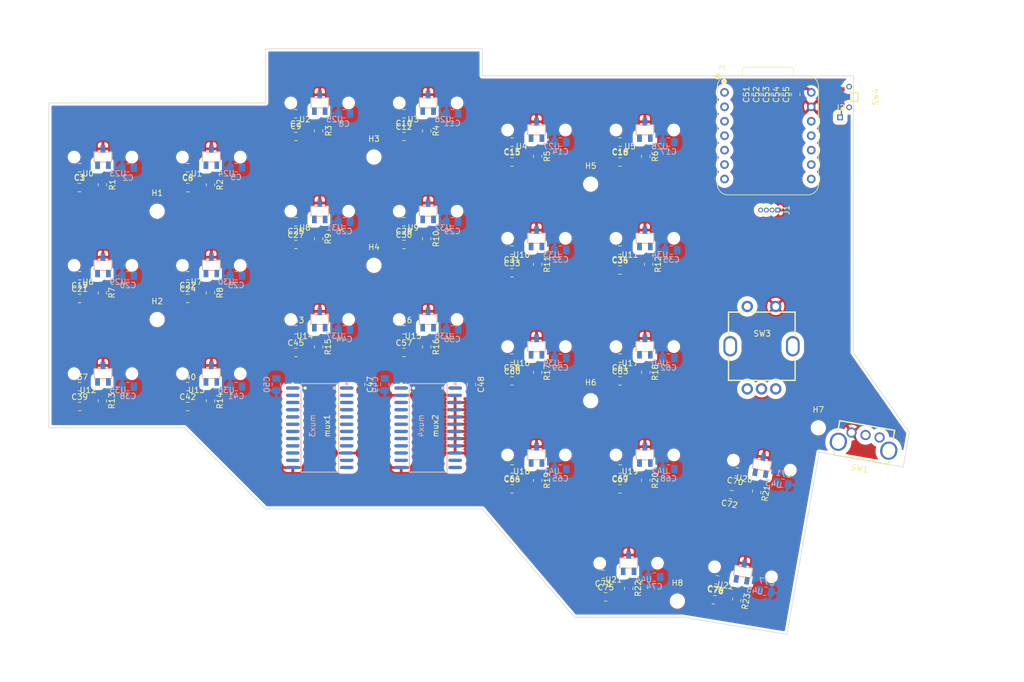
<source format=kicad_pcb>
(kicad_pcb (version 20241229) (generator "pcbnew") (generator_version "9.0")
  (layers (0 "F.Cu" signal) (2 "B.Cu" signal) (13 "F.Paste" user) (15 "B.Paste" user) (5 "F.SilkS" user "F.Silkscreen") (7 "B.SilkS" user "B.Silkscreen") (1 "F.Mask" user) (3 "B.Mask" user) (25 "Edge.Cuts" user))
  (net 0 "")
  (net 1 "GND")
  (net 2 "K0")
  (net 3 "K1")
  (net 4 "K2")
  (net 5 "K3")
  (net 6 "K4")
  (net 7 "K5")
  (net 8 "K6")
  (net 9 "K7")
  (net 10 "K8")
  (net 11 "K9")
  (net 12 "K10")
  (net 13 "K11")
  (net 14 "K12")
  (net 15 "K13")
  (net 16 "K14")
  (net 17 "K15")
  (net 18 "K16")
  (net 19 "K17")
  (net 20 "K18")
  (net 21 "K19")
  (net 22 "K20")
  (net 23 "K21")
  (net 24 "K22")
  (net 25 "SDA")
  (net 26 "encoderBtn1")
  (net 27 "MUX1")
  (net 28 "enco1A")
  (net 29 "S3")
  (net 30 "VBUS")
  (net 32 "S1")
  (net 33 "S2")
  (net 34 "SCL")
  (net 35 "S0")
  (net 36 "enco1B")
  (net 37 "MUX2")
  (net 38 "Net-(U1-VOUT)")
  (net 39 "Net-(U2-VOUT)")
  (net 40 "Net-(U10-VOUT)")
  (net 41 "Net-(U11-VOUT)")
  (net 42 "Net-(U12-VOUT)")
  (net 43 "Net-(U13-VOUT)")
  (net 44 "Net-(U14-VOUT)")
  (net 45 "Net-(U15-VOUT)")
  (net 46 "Net-(U16-VOUT)")
  (net 47 "Net-(U17-VOUT)")
  (net 48 "Net-(U18-VOUT)")
  (net 49 "Net-(U19-VOUT)")
  (net 50 "Net-(U20-VOUT)")
  (net 51 "Net-(U21-VOUT)")
  (net 52 "Net-(U22-VOUT)")
  (net 53 "Net-(U26-VOUT)")
  (net 54 "Net-(U27-VOUT)")
  (net 55 "Net-(U28-VOUT)")
  (net 56 "Net-(U29-VOUT)")
  (net 57 "Net-(U30-VOUT)")
  (net 58 "Net-(U31-VOUT)")
  (net 59 "Net-(U32-VOUT)")
  (net 60 "Net-(U0-VOUT)")
  (net 64 "Net-(J2-Pin_1)")
  (net 66 "enco2B")
  (net 67 "enco2A")
  (footprint "Resistor_SMD:R_0805_2012Metric_Pad1.20x1.40mm_HandSolder" (layer "F.Cu") (at 57 90.5 -90)
    (property "Reference" "R14" (at 0 -1.65 90) (layer "F.SilkS"))
    (property "Value" "10k")
    (pad "1" smd roundrect (at -1 0 270) (size 1.2 1.4) (layers "F.Cu" "F.Mask" "F.Paste") (roundrect_rratio 0.208333) (net 43 "Net-(U13-VOUT)"))
    (pad "2" smd roundrect (at 1 0 270) (size 1.2 1.4) (layers "F.Cu" "F.Mask" "F.Paste") (roundrect_rratio 0.208333) (net 15 "K13"))
  )
  (footprint "Resistor_SMD:R_0805_2012Metric_Pad1.20x1.40mm_HandSolder" (layer "F.Cu") (at 95 62 -90)
    (property "Reference" "R10" (at 0 -1.65 90) (layer "F.SilkS"))
    (property "Value" "10k")
    (pad "1" smd roundrect (at -1 0 270) (size 1.2 1.4) (layers "F.Cu" "F.Mask" "F.Paste") (roundrect_rratio 0.208333) (net 59 "Net-(U32-VOUT)"))
    (pad "2" smd roundrect (at 1 0 270) (size 1.2 1.4) (layers "F.Cu" "F.Mask" "F.Paste") (roundrect_rratio 0.208333) (net 11 "K9"))
  )
  (footprint "footprints:SOT-23-3_L2.9-W1.6-P1.90-LS2.8-BR" (layer "F.Cu") (at 57.15 66.675)
    (property "Reference" "U7" (at -2.62 2.9 0) (layer "F.SilkS"))
    (property "Value" "HX6659ISO-B")
    (pad "" np_thru_hole circle (at -5.08 0) (size 1.75 1.75) (drill 1.75) (layers "*.Cu" "*.Mask"))
    (pad "" np_thru_hole circle (at 5.08 0) (size 1.75 1.75) (drill 1.75) (layers "*.Cu" "*.Mask"))
    (pad "1" smd rect (at -0.95 1.44 270) (size 1.3 0.8) (layers "F.Cu" "F.Mask" "F.Paste") (net 30 "VBUS"))
    (pad "2" smd rect (at 0.95 1.44 270) (size 1.3 0.8) (layers "F.Cu" "F.Mask" "F.Paste") (net 57 "Net-(U30-VOUT)"))
    (pad "3" smd rect (at 0 -1.44 270) (size 1.3 0.8) (layers "F.Cu" "F.Mask" "F.Paste") (net 1 "GND"))
    (zone (net 0) (net_name "") (layers "F.Cu" "B.Cu") (connect_pads (clearance 0)) (min_thickness 0.25)
      (keepout (tracks allowed) (vias not_allowed) (pads not_allowed) (copperpour not_allowed) (footprints allowed))
      (fill (thermal_gap 0.5) (thermal_bridge_width 0.5))
      (polygon (pts (xy 58.75 65.775) (xy 58.75 67.575) (xy 55.55 67.575) (xy 55.55 65.775)))
    )
  )
  (footprint "Capacitor_SMD:C_0805_2012Metric_Pad1.18x1.45mm_HandSolder" (layer "F.Cu") (at 91 63)
    (property "Reference" "C30" (at 0 -1.68 0) (layer "F.SilkS"))
    (property "Value" "100nF")
    (pad "1" smd roundrect (at -1.0375 0) (size 1.175 1.45) (layers "F.Cu" "F.Mask" "F.Paste") (roundrect_rratio 0.212766) (net 1 "GND"))
    (pad "2" smd roundrect (at 1.0375 0) (size 1.175 1.45) (layers "F.Cu" "F.Mask" "F.Paste") (roundrect_rratio 0.212766) (net 11 "K9"))
  )
  (footprint "Resistor_SMD:R_0805_2012Metric_Pad1.20x1.40mm_HandSolder" (layer "F.Cu") (at 130.5 123.5 -90)
    (property "Reference" "R22" (at 0 -1.65 90) (layer "F.SilkS"))
    (property "Value" "10k")
    (pad "1" smd roundrect (at -1 0 270) (size 1.2 1.4) (layers "F.Cu" "F.Mask" "F.Paste") (roundrect_rratio 0.208333) (net 51 "Net-(U21-VOUT)"))
    (pad "2" smd roundrect (at 1 0 270) (size 1.2 1.4) (layers "F.Cu" "F.Mask" "F.Paste") (roundrect_rratio 0.208333) (net 23 "K21"))
  )
  (footprint "Capacitor_SMD:C_0805_2012Metric_Pad1.18x1.45mm_HandSolder" (layer "F.Cu") (at 53 68.5 180)
    (property "Reference" "C22" (at 0 -1.68 0) (layer "F.SilkS"))
    (property "Value" "100nF")
    (pad "1" smd roundrect (at -1.0375 0 180) (size 1.175 1.45) (layers "F.Cu" "F.Mask" "F.Paste") (roundrect_rratio 0.212766) (net 30 "VBUS"))
    (pad "2" smd roundrect (at 1.0375 0 180) (size 1.175 1.45) (layers "F.Cu" "F.Mask" "F.Paste") (roundrect_rratio 0.212766) (net 1 "GND"))
  )
  (footprint "Capacitor_SMD:C_0805_2012Metric_Pad1.18x1.45mm_HandSolder" (layer "F.Cu") (at 128.9625 106)
    (property "Reference" "C69" (at 0 -1.68 0) (layer "F.SilkS"))
    (property "Value" "100nF")
    (pad "1" smd roundrect (at -1.0375 0) (size 1.175 1.45) (layers "F.Cu" "F.Mask" "F.Paste") (roundrect_rratio 0.212766) (net 1 "GND"))
    (pad "2" smd roundrect (at 1.0375 0) (size 1.175 1.45) (layers "F.Cu" "F.Mask" "F.Paste") (roundrect_rratio 0.212766) (net 21 "K19"))
  )
  (footprint "Capacitor_SMD:C_0805_2012Metric_Pad1.18x1.45mm_HandSolder" (layer "F.Cu") (at 129 45 180)
    (property "Reference" "C16" (at 0 -1.68 0) (layer "F.SilkS"))
    (property "Value" "100nF")
    (pad "1" smd roundrect (at -1.0375 0 180) (size 1.175 1.45) (layers "F.Cu" "F.Mask" "F.Paste") (roundrect_rratio 0.212766) (net 30 "VBUS"))
    (pad "2" smd roundrect (at 1.0375 0 180) (size 1.175 1.45) (layers "F.Cu" "F.Mask" "F.Paste") (roundrect_rratio 0.212766) (net 1 "GND"))
  )
  (footprint "Capacitor_SMD:C_0805_2012Metric_Pad1.18x1.45mm_HandSolder" (layer "F.Cu") (at 34 88)
    (property "Reference" "C37" (at 0 -1.68 0) (layer "F.SilkS"))
    (property "Value" "100nF")
    (pad "1" smd roundrect (at -1.0375 0) (size 1.175 1.45) (layers "F.Cu" "F.Mask" "F.Paste") (roundrect_rratio 0.212766) (net 30 "VBUS"))
    (pad "2" smd roundrect (at 1.0375 0) (size 1.175 1.45) (layers "F.Cu" "F.Mask" "F.Paste") (roundrect_rratio 0.212766) (net 1 "GND"))
  )
  (footprint "Capacitor_SMD:C_0805_2012Metric_Pad1.18x1.45mm_HandSolder" (layer "F.Cu") (at 91 59 180)
    (property "Reference" "C28" (at 0 -1.68 0) (layer "F.SilkS"))
    (property "Value" "100nF")
    (pad "1" smd roundrect (at -1.0375 0 180) (size 1.175 1.45) (layers "F.Cu" "F.Mask" "F.Paste") (roundrect_rratio 0.212766) (net 30 "VBUS"))
    (pad "2" smd roundrect (at 1.0375 0 180) (size 1.175 1.45) (layers "F.Cu" "F.Mask" "F.Paste") (roundrect_rratio 0.212766) (net 1 "GND"))
  )
  (footprint "footprints:SOT-23-3_L2.9-W1.6-P1.90-LS2.8-BR" (layer "F.Cu") (at 150.601295 120.571793 -10)
    (property "Reference" "U22" (at -2.62 2.9 170) (layer "F.SilkS"))
    (property "Value" "HX6659ISO-B")
    (pad "" np_thru_hole circle (at -5.08 0 350) (size 1.75 1.75) (drill 1.75) (layers "*.Cu" "*.Mask"))
    (pad "" np_thru_hole circle (at 5.08 0 350) (size 1.75 1.75) (drill 1.75) (layers "*.Cu" "*.Mask"))
    (pad "1" smd rect (at -0.95 1.44 260) (size 1.3 0.8) (layers "F.Cu" "F.Mask" "F.Paste") (net 30 "VBUS"))
    (pad "2" smd rect (at 0.95 1.44 260) (size 1.3 0.8) (layers "F.Cu" "F.Mask" "F.Paste") (net 52 "Net-(U22-VOUT)"))
    (pad "3" smd rect (at 0 -1.44 260) (size 1.3 0.8) (layers "F.Cu" "F.Mask" "F.Paste") (net 1 "GND"))
    (zone (net 0) (net_name "") (layers "F.Cu" "B.Cu") (connect_pads (clearance 0)) (min_thickness 0.25)
      (keepout (tracks allowed) (vias not_allowed) (pads not_allowed) (copperpour not_allowed) (footprints allowed))
      (fill (thermal_gap 0.5) (thermal_bridge_width 0.5))
      (polygon (pts (xy 152.333271 119.963303) (xy 152.020704 121.735957) (xy 148.869319 121.180283) (xy 149.181886 119.407629)))
    )
  )
  (footprint "Resistor_SMD:R_0805_2012Metric_Pad1.20x1.40mm_HandSolder" (layer "F.Cu") (at 114.5 47.5 -90)
    (property "Reference" "R5" (at 0 -1.65 90) (layer "F.SilkS"))
    (property "Value" "10k")
    (pad "1" smd roundrect (at -1 0 270) (size 1.2 1.4) (layers "F.Cu" "F.Mask" "F.Paste") (roundrect_rratio 0.208333) (net 54 "Net-(U27-VOUT)"))
    (pad "2" smd roundrect (at 1 0 270) (size 1.2 1.4) (layers "F.Cu" "F.Mask" "F.Paste") (roundrect_rratio 0.208333) (net 6 "K4"))
  )
  (footprint "Resistor_SMD:R_0805_2012Metric_Pad1.20x1.40mm_HandSolder" (layer "F.Cu") (at 149.5 125.5 -100)
    (property "Reference" "R23" (at -0.000001 -1.65 80) (layer "F.SilkS"))
    (property "Value" "10k")
    (pad "1" smd roundrect (at -1 0 260) (size 1.2 1.4) (layers "F.Cu" "F.Mask" "F.Paste") (roundrect_rratio 0.208333) (net 52 "Net-(U22-VOUT)"))
    (pad "2" smd roundrect (at 1 0 260) (size 1.2 1.4) (layers "F.Cu" "F.Mask" "F.Paste") (roundrect_rratio 0.208333) (net 24 "K22"))
  )
  (footprint "Capacitor_SMD:C_0805_2012Metric_Pad1.18x1.45mm_HandSolder" (layer "F.Cu") (at 149.5 103 170)
    (property "Reference" "C70" (at 0 -1.68 170) (layer "F.SilkS"))
    (property "Value" "100nF")
    (pad "1" smd roundrect (at -1.0375 0 170) (size 1.175 1.45) (layers "F.Cu" "F.Mask" "F.Paste") (roundrect_rratio 0.212766) (net 30 "VBUS"))
    (pad "2" smd roundrect (at 1.0375 0 170) (size 1.175 1.45) (layers "F.Cu" "F.Mask" "F.Paste") (roundrect_rratio 0.212766) (net 1 "GND"))
  )
  (footprint "Resistor_SMD:R_0805_2012Metric_Pad1.20x1.40mm_HandSolder" (layer "F.Cu") (at 153 106.5 -100)
    (property "Reference" "R21" (at -0.000001 -1.65 80) (layer "F.SilkS"))
    (property "Value" "10k")
    (pad "1" smd roundrect (at -1 0 260) (size 1.2 1.4) (layers "F.Cu" "F.Mask" "F.Paste") (roundrect_rratio 0.208333) (net 50 "Net-(U20-VOUT)"))
    (pad "2" smd roundrect (at 1 0 260) (size 1.2 1.4) (layers "F.Cu" "F.Mask" "F.Paste") (roundrect_rratio 0.208333) (net 22 "K20"))
  )
  (footprint "footprints:SOT-23-3_L2.9-W1.6-P1.90-LS2.8-BR" (layer "F.Cu") (at 153.909293 101.811205 -10)
    (property "Reference" "U20" (at -2.62 2.9 170) (layer "F.SilkS"))
    (property "Value" "HX6659ISO-B")
    (pad "" np_thru_hole circle (at -5.08 0 350) (size 1.75 1.75) (drill 1.75) (layers "*.Cu" "*.Mask"))
    (pad "" np_thru_hole circle (at 5.08 0 350) (size 1.75 1.75) (drill 1.75) (layers "*.Cu" "*.Mask"))
    (pad "1" smd rect (at -0.95 1.44 260) (size 1.3 0.8) (layers "F.Cu" "F.Mask" "F.Paste") (net 30 "VBUS"))
    (pad "2" smd rect (at 0.95 1.44 260) (size 1.3 0.8) (layers "F.Cu" "F.Mask" "F.Paste") (net 50 "Net-(U20-VOUT)"))
    (pad "3" smd rect (at 0 -1.44 260) (size 1.3 0.8) (layers "F.Cu" "F.Mask" "F.Paste") (net 1 "GND"))
    (zone (net 0) (net_name "") (layers "F.Cu" "B.Cu") (connect_pads (clearance 0)) (min_thickness 0.25)
      (keepout (tracks allowed) (vias not_allowed) (pads not_allowed) (copperpour not_allowed) (footprints allowed))
      (fill (thermal_gap 0.5) (thermal_bridge_width 0.5))
      (polygon (pts (xy 155.641269 101.202715) (xy 155.328702 102.975369) (xy 152.177317 102.419695) (xy 152.489884 100.647041)))
    )
  )
  (footprint "Capacitor_SMD:C_0805_2012Metric_Pad1.18x1.45mm_HandSolder" (layer "F.Cu") (at 129 48.5)
    (property "Reference" "C18" (at 0 -1.68 0) (layer "F.SilkS"))
    (property "Value" "100nF")
    (pad "1" smd roundrect (at -1.0375 0) (size 1.175 1.45) (layers "F.Cu" "F.Mask" "F.Paste") (roundrect_rratio 0.212766) (net 1 "GND"))
    (pad "2" smd roundrect (at 1.0375 0) (size 1.175 1.45) (layers "F.Cu" "F.Mask" "F.Paste") (roundrect_rratio 0.212766) (net 7 "K5"))
  )
  (footprint "Capacitor_SMD:C_0805_2012Metric_Pad1.18x1.45mm_HandSolder" (layer "F.Cu") (at 53 53)
    (property "Reference" "C6" (at 0 -1.68 0) (layer "F.SilkS"))
    (property "Value" "100nF")
    (pad "1" smd roundrect (at -1.0375 0) (size 1.175 1.45) (layers "F.Cu" "F.Mask" "F.Paste") (roundrect_rratio 0.212766) (net 1 "GND"))
    (pad "2" smd roundrect (at 1.0375 0) (size 1.175 1.45) (layers "F.Cu" "F.Mask" "F.Paste") (roundrect_rratio 0.212766) (net 3 "K1"))
  )
  (footprint "Capacitor_SMD:C_0805_2012Metric_Pad1.18x1.45mm_HandSolder" (layer "F.Cu") (at 126.4625 125)
    (property "Reference" "C75" (at 0 -1.68 0) (layer "F.SilkS"))
    (property "Value" "100nF")
    (pad "1" smd roundrect (at -1.0375 0) (size 1.175 1.45) (layers "F.Cu" "F.Mask" "F.Paste") (roundrect_rratio 0.212766) (net 1 "GND"))
    (pad "2" smd roundrect (at 1.0375 0) (size 1.175 1.45) (layers "F.Cu" "F.Mask" "F.Paste") (roundrect_rratio 0.212766) (net 23 "K21"))
  )
  (footprint "Capacitor_SMD:C_0805_2012Metric_Pad1.18x1.45mm_HandSolder" (layer "F.Cu") (at 91 82)
    (property "Reference" "C57" (at 0 -1.68 0) (layer "F.SilkS"))
    (property "Value" "100nF")
    (pad "1" smd roundrect (at -1.0375 0) (size 1.175 1.45) (layers "F.Cu" "F.Mask" "F.Paste") (roundrect_rratio 0.212766) (net 1 "GND"))
    (pad "2" smd roundrect (at 1.0375 0) (size 1.175 1.45) (layers "F.Cu" "F.Mask" "F.Paste") (roundrect_rratio 0.212766) (net 17 "K15"))
  )
  (footprint "MountingHole:MountingHole_2.2mm_M2" (layer "F.Cu") (at 47.625 57.15)
    (property "Reference" "H1" (at 0 -3.2 0) (layer "F.SilkS"))
    (property "Value" "MountingHole")
    (pad "" np_thru_hole circle (at 0 0) (size 2.2 2.2) (drill 2.2) (layers "*.Cu" "*.Mask"))
  )
  (footprint "Resistor_SMD:R_0805_2012Metric_Pad1.20x1.40mm_HandSolder" (layer "F.Cu") (at 134 66.5 -90)
    (property "Reference" "R12" (at 0 -1.65 90) (layer "F.SilkS"))
    (property "Value" "10k")
    (pad "1" smd roundrect (at -1 0 270) (size 1.2 1.4) (layers "F.Cu" "F.Mask" "F.Paste") (roundrect_rratio 0.208333) (net 41 "Net-(U11-VOUT)"))
    (pad "2" smd roundrect (at 1 0 270) (size 1.2 1.4) (layers "F.Cu" "F.Mask" "F.Paste") (roundrect_rratio 0.208333) (net 13 "K11"))
  )
  (footprint "Capacitor_SMD:C_0805_2012Metric_Pad1.18x1.45mm_HandSolder" (layer "F.Cu") (at 110 106)
    (property "Reference" "C66" (at 0 -1.68 0) (layer "F.SilkS"))
    (property "Value" "100nF")
    (pad "1" smd roundrect (at -1.0375 0) (size 1.175 1.45) (layers "F.Cu" "F.Mask" "F.Paste") (roundrect_rratio 0.212766) (net 1 "GND"))
    (pad "2" smd roundrect (at 1.0375 0) (size 1.175 1.45) (layers "F.Cu" "F.Mask" "F.Paste") (roundrect_rratio 0.212766) (net 20 "K18"))
  )
  (footprint "footprints:SOT-23-3_L2.9-W1.6-P1.90-LS2.8-BR" (layer "F.Cu") (at 57.15 47.625)
    (property "Reference" "U1" (at -2.62 2.9 0) (layer "F.SilkS"))
    (property "Value" "HX6659ISO-B")
    (pad "" np_thru_hole circle (at -5.08 0) (size 1.75 1.75) (drill 1.75) (layers "*.Cu" "*.Mask"))
    (pad "" np_thru_hole circle (at 5.08 0) (size 1.75 1.75) (drill 1.75) (layers "*.Cu" "*.Mask"))
    (pad "1" smd rect (at -0.95 1.44 270) (size 1.3 0.8) (layers "F.Cu" "F.Mask" "F.Paste") (net 30 "VBUS"))
    (pad "2" smd rect (at 0.95 1.44 270) (size 1.3 0.8) (layers "F.Cu" "F.Mask" "F.Paste") (net 38 "Net-(U1-VOUT)"))
    (pad "3" smd rect (at 0 -1.44 270) (size 1.3 0.8) (layers "F.Cu" "F.Mask" "F.Paste") (net 1 "GND"))
    (zone (net 0) (net_name "") (layers "F.Cu" "B.Cu") (connect_pads (clearance 0)) (min_thickness 0.25)
      (keepout (tracks allowed) (vias not_allowed) (pads not_allowed) (copperpour not_allowed) (footprints allowed))
      (fill (thermal_gap 0.5) (thermal_bridge_width 0.5))
      (polygon (pts (xy 58.75 46.725) (xy 58.75 48.525) (xy 55.55 48.525) (xy 55.55 46.725)))
    )
  )
  (footprint "Capacitor_SMD:C_0805_2012Metric_Pad1.18x1.45mm_HandSolder" (layer "F.Cu") (at 72 63)
    (property "Reference" "C27" (at 0 -1.68 0) (layer "F.SilkS"))
    (property "Value" "100nF")
    (pad "1" smd roundrect (at -1.0375 0) (size 1.175 1.45) (layers "F.Cu" "F.Mask" "F.Paste") (roundrect_rratio 0.212766) (net 1 "GND"))
    (pad "2" smd roundrect (at 1.0375 0) (size 1.175 1.45) (layers "F.Cu" "F.Mask" "F.Paste") (roundrect_rratio 0.212766) (net 10 "K8"))
  )
  (footprint "Resistor_SMD:R_0805_2012Metric_Pad1.20x1.40mm_HandSolder" (layer "F.Cu") (at 114.5 66.5 -90)
    (property "Reference" "R11" (at 0 -1.65 90) (layer "F.SilkS"))
    (property "Value" "10k")
    (pad "1" smd roundrect (at -1 0 270) (size 1.2 1.4) (layers "F.Cu" "F.Mask" "F.Paste") (roundrect_rratio 0.208333) (net 40 "Net-(U10-VOUT)"))
    (pad "2" smd roundrect (at 1 0 270) (size 1.2 1.4) (layers "F.Cu" "F.Mask" "F.Paste") (roundrect_rratio 0.208333) (net 12 "K10"))
  )
  (footprint "Capacitor_SMD:C_0805_2012Metric_Pad1.18x1.45mm_HandSolder" (layer "F.Cu") (at 158.115 36.6275 90)
    (property "Reference" "C54" (at 0 -1.68 90) (layer "F.SilkS"))
    (property "Value" "100n")
    (pad "1" smd roundrect (at -1.0375 0 90) (size 1.175 1.45) (layers "F.Cu" "F.Mask" "F.Paste") (roundrect_rratio 0.212766) (net 1 "GND"))
    (pad "2" smd roundrect (at 1.0375 0 90) (size 1.175 1.45) (layers "F.Cu" "F.Mask" "F.Paste") (roundrect_rratio 0.212766) (net 30 "VBUS"))
  )
  (footprint "footprints:SOT-23-3_L2.9-W1.6-P1.90-LS2.8-BR" (layer "F.Cu") (at 130.4925 119.0625)
    (property "Reference" "U21" (at -2.62 2.9 0) (layer "F.SilkS"))
    (property "Value" "HX6659ISO-B")
    (pad "" np_thru_hole circle (at -5.08 0) (size 1.75 1.75) (drill 1.75) (layers "*.Cu" "*.Mask"))
    (pad "" np_thru_hole circle (at 5.08 0) (size 1.75 1.75) (drill 1.75) (layers "*.Cu" "*.Mask"))
    (pad "1" smd rect (at -0.95 1.44 270) (size 1.3 0.8) (layers "F.Cu" "F.Mask" "F.Paste") (net 30 "VBUS"))
    (pad "2" smd rect (at 0.95 1.44 270) (size 1.3 0.8) (layers "F.Cu" "F.Mask" "F.Paste") (net 51 "Net-(U21-VOUT)"))
    (pad "3" smd rect (at 0 -1.44 270) (size 1.3 0.8) (layers "F.Cu" "F.Mask" "F.Paste") (net 1 "GND"))
    (zone (net 0) (net_name "") (layers "F.Cu" "B.Cu") (connect_pads (clearance 0)) (min_thickness 0.25)
      (keepout (tracks allowed) (vias not_allowed) (pads not_allowed) (copperpour not_allowed) (footprints allowed))
      (fill (thermal_gap 0.5) (thermal_bridge_width 0.5))
      (polygon (pts (xy 132.0925 118.1625) (xy 132.0925 119.9625) (xy 128.8925 119.9625) (xy 128.8925 118.1625)))
    )
  )
  (footprint "Capacitor_SMD:C_0805_2012Metric_Pad1.18x1.45mm_HandSolder" (layer "F.Cu") (at 34 68.5 180)
    (property "Reference" "C19" (at 0 -1.68 0) (layer "F.SilkS"))
    (property "Value" "100nF")
    (pad "1" smd roundrect (at -1.0375 0 180) (size 1.175 1.45) (layers "F.Cu" "F.Mask" "F.Paste") (roundrect_rratio 0.212766) (net 30 "VBUS"))
    (pad "2" smd roundrect (at 1.0375 0 180) (size 1.175 1.45) (layers "F.Cu" "F.Mask" "F.Paste") (roundrect_rratio 0.212766) (net 1 "GND"))
  )
  (footprint "Resistor_SMD:R_0805_2012Metric_Pad1.20x1.40mm_HandSolder" (layer "F.Cu") (at 57 71.5 -90)
    (property "Reference" "R8" (at 0 -1.65 90) (layer "F.SilkS"))
    (property "Value" "10k")
    (pad "1" smd roundrect (at -1 0 270) (size 1.2 1.4) (layers "F.Cu" "F.Mask" "F.Paste") (roundrect_rratio 0.208333) (net 57 "Net-(U30-VOUT)"))
    (pad "2" smd roundrect (at 1 0 270) (size 1.2 1.4) (layers "F.Cu" "F.Mask" "F.Paste") (roundrect_rratio 0.208333) (net 9 "K7"))
  )
  (footprint "Resistor_SMD:R_0805_2012Metric_Pad1.20x1.40mm_HandSolder" (layer "F.Cu") (at 38 90.5 -90)
    (property "Reference" "R13" (at 0 -1.65 90) (layer "F.SilkS"))
    (property "Value" "10k")
    (pad "1" smd roundrect (at -1 0 270) (size 1.2 1.4) (layers "F.Cu" "F.Mask" "F.Paste") (roundrect_rratio 0.208333) (net 42 "Net-(U12-VOUT)"))
    (pad "2" smd roundrect (at 1 0 270) (size 1.2 1.4) (layers "F.Cu" "F.Mask" "F.Paste") (roundrect_rratio 0.208333) (net 14 "K12"))
  )
  (footprint "Capacitor_SMD:C_0805_2012Metric_Pad1.18x1.45mm_HandSolder" (layer "F.Cu") (at 102.87 87.63 -90)
    (property "Reference" "C48" (at 0 -1.68 270) (layer "F.SilkS"))
    (property "Value" "100n")
    (pad "1" smd roundrect (at -1.0375 0 270) (size 1.175 1.45) (layers "F.Cu" "F.Mask" "F.Paste") (roundrect_rratio 0.212766) (net 1 "GND"))
    (pad "2" smd roundrect (at 1.0375 0 270) (size 1.175 1.45) (layers "F.Cu" "F.Mask" "F.Paste") (roundrect_rratio 0.212766) (net 30 "VBUS"))
  )
  (footprint "footprints:SOT-23-3_L2.9-W1.6-P1.90-LS2.8-BR" (layer "F.Cu") (at 95.25 38.1)
    (property "Reference" "U3" (at -2.62 2.9 0) (layer "F.SilkS"))
    (property "Value" "HX6659ISO-B")
    (pad "" np_thru_hole circle (at -5.08 0) (size 1.75 1.75) (drill 1.75) (layers "*.Cu" "*.Mask"))
    (pad "" np_thru_hole circle (at 5.08 0) (size 1.75 1.75) (drill 1.75) (layers "*.Cu" "*.Mask"))
    (pad "1" smd rect (at -0.95 1.44 270) (size 1.3 0.8) (layers "F.Cu" "F.Mask" "F.Paste") (net 30 "VBUS"))
    (pad "2" smd rect (at 0.95 1.44 270) (size 1.3 0.8) (layers "F.Cu" "F.Mask" "F.Paste") (net 53 "Net-(U26-VOUT)"))
    (pad "3" smd rect (at 0 -1.44 270) (size 1.3 0.8) (layers "F.Cu" "F.Mask" "F.Paste") (net 1 "GND"))
    (zone (net 0) (net_name "") (layers "F.Cu" "B.Cu") (connect_pads (clearance 0)) (min_thickness 0.25)
      (keepout (tracks allowed) (vias not_allowed) (pads not_allowed) (copperpour not_allowed) (footprints allowed))
      (fill (thermal_gap 0.5) (thermal_bridge_width 0.5))
      (polygon (pts (xy 96.85 37.2) (xy 96.85 39) (xy 93.65 39) (xy 93.65 37.2)))
    )
  )
  (footprint "Capacitor_SMD:C_0805_2012Metric_Pad1.18x1.45mm_HandSolder" (layer "F.Cu") (at 110 102.5 180)
    (property "Reference" "C64" (at 0 -1.68 0) (layer "F.SilkS"))
    (property "Value" "100nF")
    (pad "1" smd roundrect (at -1.0375 0 180) (size 1.175 1.45) (layers "F.Cu" "F.Mask" "F.Paste") (roundrect_rratio 0.212766) (net 30 "VBUS"))
    (pad "2" smd roundrect (at 1.0375 0 180) (size 1.175 1.45) (layers "F.Cu" "F.Mask" "F.Paste") (roundrect_rratio 0.212766) (net 1 "GND"))
  )
  (footprint "footprints:SOT-23-3_L2.9-W1.6-P1.90-LS2.8-BR" (layer "F.Cu") (at 114.3 80.9625)
    (property "Reference" "U16" (at -2.62 2.9 0) (layer "F.SilkS"))
    (property "Value" "HX6659ISO-B")
    (pad "" np_thru_hole circle (at -5.08 0) (size 1.75 1.75) (drill 1.75) (layers "*.Cu" "*.Mask"))
    (pad "" np_thru_hole circle (at 5.08 0) (size 1.75 1.75) (drill 1.75) (layers "*.Cu" "*.Mask"))
    (pad "1" smd rect (at -0.95 1.44 270) (size 1.3 0.8) (layers "F.Cu" "F.Mask" "F.Paste") (net 30 "VBUS"))
    (pad "2" smd rect (at 0.95 1.44 270) (size 1.3 0.8) (layers "F.Cu" "F.Mask" "F.Paste") (net 46 "Net-(U16-VOUT)"))
    (pad "3" smd rect (at 0 -1.44 270) (size 1.3 0.8) (layers "F.Cu" "F.Mask" "F.Paste") (net 1 "GND"))
    (zone (net 0) (net_name "") (layers "F.Cu" "B.Cu") (connect_pads (clearance 0)) (min_thickness 0.25)
      (keepout (tracks allowed) (vias not_allowed) (pads not_allowed) (copperpour not_allowed) (footprints allowed))
      (fill (thermal_gap 0.5) (thermal_bridge_width 0.5))
      (polygon (pts (xy 115.9 80.0625) (xy 115.9 81.8625) (xy 112.7 81.8625) (xy 112.7 80.0625)))
    )
  )
  (footprint "footprints:SW-TH_EC10EXXXXXXX" (layer "F.Cu") (at 171.959655 97.50092 170)
    (property "Reference" "SW1" (at 0 -5 170) (layer "F.SilkS"))
    (property "Value" "~")
    (pad "4" thru_hole oval (at -4.5 -1 260) (size 3.2 3) (drill oval 2.50002 2.199996) (layers "*.Cu" "*.Mask"))
    (pad "5" thru_hole oval (at 4.5 -1 260) (size 3.2 3) (drill oval 2.50002 2.199996) (layers "*.Cu" "*.Mask"))
    (pad "A" thru_hole circle (at -2.5 1 170) (size 1.8 1.8) (drill 1.199998) (layers "*.Cu" "*.Mask") (net 67 "enco2A"))
    (pad "B" thru_hole circle (at 0 1 170) (size 1.8 1.8) (drill 1.199998) (layers "*.Cu" "*.Mask") (net 66 "enco2B"))
    (pad "C" thru_hole circle (at 2.5 1 170) (size 1.8 1.8) (drill 1.199998) (layers "*.Cu" "*.Mask") (net 1 "GND"))
  )
  (footprint "Resistor_SMD:R_0805_2012Metric_Pad1.20x1.40mm_HandSolder" (layer "F.Cu") (at 76 43 -90)
    (property "Reference" "R3" (at 0 -1.75 90) (layer "F.SilkS"))
    (property "Value" "10k")
    (pad "1" smd roundrect (at -1 0 270) (size 1.2 1.4) (layers "F.Cu" "F.Mask" "F.Paste") (roundrect_rratio 0.208333) (net 39 "Net-(U2-VOUT)"))
    (pad "2" smd roundrect (at 1 0 270) (size 1.2 1.4) (layers "F.Cu" "F.Mask" "F.Paste") (roundrect_rratio 0.208333) (net 4 "K2"))
  )
  (footprint "Capacitor_SMD:C_0805_2012Metric_Pad1.18x1.45mm_HandSolder" (layer "F.Cu") (at 126 121 180)
    (property "Reference" "C73" (at 0 -1.68 0) (layer "F.SilkS"))
    (property "Value" "100nF")
    (pad "1" smd roundrect (at -1.0375 0 180) (size 1.175 1.45) (layers "F.Cu" "F.Mask" "F.Paste") (roundrect_rratio 0.212766) (net 30 "VBUS"))
    (pad "2" smd roundrect (at 1.0375 0 180) (size 1.175 1.45) (layers "F.Cu" "F.Mask" "F.Paste") (roundrect_rratio 0.212766) (net 1 "GND"))
  )
  (footprint "footprints:SOT-23-3_L2.9-W1.6-P1.90-LS2.8-BR" (layer "F.Cu") (at 133.35 42.8625)
    (property "Reference" "U5" (at -2.62 2.9 0) (layer "F.SilkS"))
    (property "Value" "HX6659ISO-B")
    (pad "" np_thru_hole circle (at -5.08 0) (size 1.75 1.75) (drill 1.75) (layers "*.Cu" "*.Mask"))
    (pad "" np_thru_hole circle (at 5.08 0) (size 1.75 1.75) (drill 1.75) (layers "*.Cu" "*.Mask"))
    (pad "1" smd rect (at -0.95 1.44 270) (size 1.3 0.8) (layers "F.Cu" "F.Mask" "F.Paste") (net 30 "VBUS"))
    (pad "2" smd rect (at 0.95 1.44 270) (size 1.3 0.8) (layers "F.Cu" "F.Mask" "F.Paste") (net 55 "Net-(U28-VOUT)"))
    (pad "3" smd rect (at 0 -1.44 270) (size 1.3 0.8) (layers "F.Cu" "F.Mask" "F.Paste") (net 1 "GND"))
    (zone (net 0) (net_name "") (layers "F.Cu" "B.Cu") (connect_pads (clearance 0)) (min_thickness 0.25)
      (keepout (tracks allowed) (vias not_allowed) (pads not_allowed) (copperpour not_allowed) (footprints allowed))
      (fill (thermal_gap 0.5) (thermal_bridge_width 0.5))
      (polygon (pts (xy 134.95 41.9625) (xy 134.95 43.7625) (xy 131.75 43.7625) (xy 131.75 41.9625)))
    )
  )
  (footprint "Capacitor_SMD:C_0805_2012Metric_Pad1.18x1.45mm_HandSolder" (layer "F.Cu") (at 148.5 107 170)
    (property "Reference" "C72" (at 0 -1.68 170) (layer "F.SilkS"))
    (property "Value" "100nF")
    (pad "1" smd roundrect (at -1.0375 0 170) (size 1.175 1.45) (layers "F.Cu" "F.Mask" "F.Paste") (roundrect_rratio 0.212766) (net 1 "GND"))
    (pad "2" smd roundrect (at 1.0375 0 170) (size 1.175 1.45) (layers "F.Cu" "F.Mask" "F.Paste") (roundrect_rratio 0.212766) (net 22 "K20"))
  )
  (footprint "Capacitor_SMD:C_0805_2012Metric_Pad1.18x1.45mm_HandSolder" (layer "F.Cu") (at 129 83 180)
    (property "Reference" "C61" (at 0 -1.68 0) (layer "F.SilkS"))
    (property "Value" "100nF")
    (pad "1" smd roundrect (at -1.0375 0 180) (size 1.175 1.45) (layers "F.Cu" "F.Mask" "F.Paste") (roundrect_rratio 0.212766) (net 30 "VBUS"))
    (pad "2" smd roundrect (at 1.0375 0 180) (size 1.175 1.45) (layers "F.Cu" "F.Mask" "F.Paste") (roundrect_rratio 0.212766) (net 1 "GND"))
  )
  (footprint "Capacitor_SMD:C_0805_2012Metric_Pad1.18x1.45mm_HandSolder" (layer "F.Cu") (at 91 78)
    (property "Reference" "C46" (at 0 -1.68 0) (layer "F.SilkS"))
    (property "Value" "100nF")
    (pad "1" smd roundrect (at -1.0375 0) (size 1.175 1.45) (layers "F.Cu" "F.Mask" "F.Paste") (roundrect_rratio 0.212766) (net 30 "VBUS"))
    (pad "2" smd roundrect (at 1.0375 0) (size 1.175 1.45) (layers "F.Cu" "F.Mask" "F.Paste") (roundrect_rratio 0.212766) (net 1 "GND"))
  )
  (footprint "footprints:SOT-23-3_L2.9-W1.6-P1.90-LS2.8-BR" (layer "F.Cu") (at 38.1 47.625)
    (property "Reference" "U0" (at -2.62 2.9 0) (layer "F.SilkS"))
    (property "Value" "HX6659ISO-B")
    (pad "" np_thru_hole circle (at -5.08 0) (size 1.75 1.75) (drill 1.75) (layers "*.Cu" "*.Mask"))
    (pad "" np_thru_hole circle (at 5.08 0) (size 1.75 1.75) (drill 1.75) (layers "*.Cu" "*.Mask"))
    (pad "1" smd rect (at -0.95 1.44 270) (size 1.3 0.8) (layers "F.Cu" "F.Mask" "F.Paste") (net 30 "VBUS"))
    (pad "2" smd rect (at 0.95 1.44 270) (size 1.3 0.8) (layers "F.Cu" "F.Mask" "F.Paste") (net 60 "Net-(U0-VOUT)"))
    (pad "3" smd rect (at 0 -1.44 270) (size 1.3 0.8) (layers "F.Cu" "F.Mask" "F.Paste") (net 1 "GND"))
    (zone (net 0) (net_name "") (layers "F.Cu" "B.Cu") (connect_pads (clearance 0)) (min_thickness 0.25)
      (keepout (tracks allowed) (vias not_allowed) (pads not_allowed) (copperpour not_allowed) (footprints allowed))
      (fill (thermal_gap 0.5) (thermal_bridge_width 0.5))
      (polygon (pts (xy 39.7 46.725) (xy 39.7 48.525) (xy 36.5 48.525) (xy 36.5 46.725)))
    )
  )
  (footprint "Capacitor_SMD:C_0805_2012Metric_Pad1.18x1.45mm_HandSolder" (layer "F.Cu") (at 91 44)
    (property "Reference" "C12" (at 0 -1.68 0) (layer "F.SilkS"))
    (property "Value" "100nF")
    (pad "1" smd roundrect (at -1.0375 0) (size 1.175 1.45) (layers "F.Cu" "F.Mask" "F.Paste") (roundrect_rratio 0.212766) (net 1 "GND"))
    (pad "2" smd roundrect (at 1.0375 0) (size 1.175 1.45) (layers "F.Cu" "F.Mask" "F.Paste") (roundrect_rratio 0.212766) (net 5 "K3"))
  )
  (footprint "footprints:SOT-23-3_L2.9-W1.6-P1.90-LS2.8-BR" (layer "F.Cu") (at 114.3 42.8625)
    (property "Reference" "U4" (at -2.62 2.9 0) (layer "F.SilkS"))
    (property "Value" "HX6659ISO-B")
    (pad "" np_thru_hole circle (at -5.08 0) (size 1.75 1.75) (drill 1.75) (layers "*.Cu" "*.Mask"))
    (pad "" np_thru_hole circle (at 5.08 0) (size 1.75 1.75) (drill 1.75) (layers "*.Cu" "*.Mask"))
    (pad "1" smd rect (at -0.95 1.44 270) (size 1.3 0.8) (layers "F.Cu" "F.Mask" "F.Paste") (net 30 "VBUS"))
    (pad "2" smd rect (at 0.95 1.44 270) (size 1.3 0.8) (layers "F.Cu" "F.Mask" "F.Paste") (net 54 "Net-(U27-VOUT)"))
    (pad "3" smd rect (at 0 -1.44 270) (size 1.3 0.8) (layers "F.Cu" "F.Mask" "F.Paste") (net 1 "GND"))
    (zone (net 0) (net_name "") (layers "F.Cu" "B.Cu") (connect_pads (clearance 0)) (min_thickness 0.25)
      (keepout (tracks allowed) (vias not_allowed) (pads not_allowed) (copperpour not_allowed) (footprints allowed))
      (fill (thermal_gap 0.5) (thermal_bridge_width 0.5))
      (polygon (pts (xy 115.9 41.9625) (xy 115.9 43.7625) (xy 112.7 43.7625) (xy 112.7 41.9625)))
    )
  )
  (footprint "Capacitor_SMD:C_0805_2012Metric_Pad1.18x1.45mm_HandSolder" (layer "F.Cu") (at 145.5 125.5 -10)
    (property "Reference" "C78" (at 0 -1.68 170) (layer "F.SilkS"))
    (property "Value" "100nF")
    (pad "1" smd roundrect (at -1.0375 0 350) (size 1.175 1.45) (layers "F.Cu" "F.Mask" "F.Paste") (roundrect_rratio 0.212766) (net 1 "GND"))
    (pad "2" smd roundrect (at 1.0375 0 350) (size 1.175 1.45) (layers "F.Cu" "F.Mask" "F.Paste") (roundrect_rratio 0.212766) (net 24 "K22"))
  )
  (footprint "Resistor_SMD:R_0805_2012Metric_Pad1.20x1.40mm_HandSolder" (layer "F.Cu") (at 57 52.5 -90)
    (property "Reference" "R2" (at 0 -1.65 90) (layer "F.SilkS"))
    (property "Value" "10k")
    (pad "1" smd roundrect (at -1 0 270) (size 1.2 1.4) (layers "F.Cu" "F.Mask" "F.Paste") (roundrect_rratio 0.208333) (net 38 "Net-(U1-VOUT)"))
    (pad "2" smd roundrect (at 1 0 270) (size 1.2 1.4) (layers "F.Cu" "F.Mask" "F.Paste") (roundrect_rratio 0.208333) (net 3 "K1"))
  )
  (footprint "Capacitor_SMD:C_0805_2012Metric_Pad1.18x1.45mm_HandSolder" (layer "F.Cu") (at 53 91.5)
    (property "Reference" "C42" (at 0 -1.68 0) (layer "F.SilkS"))
    (property "Value" "100nF")
    (pad "1" smd roundrect (at -1.0375 0) (size 1.175 1.45) (layers "F.Cu" "F.Mask" "F.Paste") (roundrect_rratio 0.212766) (net 1 "GND"))
    (pad "2" smd roundrect (at 1.0375 0) (size 1.175 1.45) (layers "F.Cu" "F.Mask" "F.Paste") (roundrect_rratio 0.212766) (net 15 "K13"))
  )
  (footprint "Connector_PinHeader_1.00mm:PinHeader_1x04_P1.00mm_Vertical" (layer "F.Cu") (at 156.7 56.95 -90)
    (property "Reference" "J1" (at 0 -1.56 90) (layer "F.SilkS"))
    (property "Value" "Display conector")
    (pad "1" thru_hole rect (at 0 0 270) (size 0.85 0.85) (drill 0.5) (layers "*.Cu" "*.Mask") (net 1 "GND"))
    (pad "2" thru_hole oval (at 0 1 270) (size 0.85 0.85) (drill 0.5) (layers "*.Cu" "*.Mask") (net 30 "VBUS"))
    (pad "3" thru_hole oval (at 0 2 270) (size 0.85 0.85) (drill 0.5) (layers "*.Cu" "*.Mask") (net 25 "SDA"))
    (pad "4" thru_hole oval (at 0 3 270) (size 0.85 0.85) (drill 0.5) (layers "*.Cu" "*.Mask") (net 34 "SCL"))
  )
  (footprint "footprints:XIAO-nRF52840-DIP-Bare" (layer "F.Cu") (at 154.97 43.87)
    (property "Reference" "P1" (at -8 -12 0) (layer "F.SilkS") (effects (font (size 0.635 0.635) (thickness 0.1016))))
    (property "Value" "Xiao nRF52840")
    (pad "1" thru_hole circle (at -7.62 -7.62 180) (size 1.524 1.524) (drill 0.889) (layers "*.Cu" "*.Mask") (net 27 "MUX1"))
    (pad "2" thru_hole circle (at -7.62 -5.08 180) (size 1.524 1.524) (drill 0.889) (layers "*.Cu" "*.Mask") (net 37 "MUX2"))
    (pad "3" thru_hole circle (at -7.62 -2.54 180) (size 1.524 1.524) (drill 0.889) (layers "*.Cu" "*.Mask") (net 35 "S0"))
    (pad "4" thru_hole circle (at -7.62 0 180) (size 1.524 1.524) (drill 0.889) (layers "*.Cu" "*.Mask") (net 32 "S1"))
    (pad "5" thru_hole circle (at -7.62 2.54 180) (size 1.524 1.524) (drill 0.889) (layers "*.Cu" "*.Mask") (net 25 "SDA"))
    (pad "6" thru_hole circle (at -7.62 5.08 180) (size 1.524 1.524) (drill 0.889) (layers "*.Cu" "*.Mask") (net 34 "SCL"))
    (pad "7" thru_hole circle (at -7.62 7.62 180) (size 1.524 1.524) (drill 0.889) (layers "*.Cu" "*.Mask") (net 33 "S2"))
    (pad "8" thru_hole circle (at 7.62 7.62) (size 1.524 1.524) (drill 0.889) (layers "*.Cu" "*.Mask") (net 29 "S3"))
    (pad "9" thru_hole circle (at 7.62 5.08) (size 1.524 1.524) (drill 0.889) (layers "*.Cu" "*.Mask") (net 28 "enco1A"))
    (pad "10" thru_hole circle (at 7.62 2.54) (size 1.524 1.524) (drill 0.889) (layers "*.Cu" "*.Mask") (net 36 "enco1B"))
    (pad "11" thru_hole circle (at 7.62 0) (size 1.524 1.524) (drill 0.889) (layers "*.Cu" "*.Mask") (net 26 "encoderBtn1"))
    (pad "12" thru_hole circle (at 7.62 -2.54) (size 1.524 1.524) (drill 0.889) (layers "*.Cu" "*.Mask"))
    (pad "13" thru_hole circle (at 7.62 -5.08) (size 1.524 1.524) (drill 0.889) (layers "*.Cu" "*.Mask") (net 1 "GND"))
    (pad "14" thru_hole circle (at 7.62 -7.62) (size 1.524 1.524) (drill 0.889) (layers "*.Cu" "*.Mask") (net 30 "VBUS"))
  )
  (footprint "Capacitor_SMD:C_0805_2012Metric_Pad1.18x1.45mm_HandSolder" (layer "F.Cu") (at 146 122 170)
    (property "Reference" "C76" (at 0 -1.68 170) (layer "F.SilkS"))
    (property "Value" "100nF")
    (pad "1" smd roundrect (at -1.0375 0 170) (size 1.175 1.45) (layers "F.Cu" "F.Mask" "F.Paste") (roundrect_rratio 0.212766) (net 30 "VBUS"))
    (pad "2" smd roundrect (at 1.0375 0 170) (size 1.175 1.45) (layers "F.Cu" "F.Mask" "F.Paste") (roundrect_rratio 0.212766) (net 1 "GND"))
  )
  (footprint "Capacitor_SMD:C_0805_2012Metric_Pad1.18x1.45mm_HandSolder" (layer "F.Cu") (at 154.615 36.6275 90)
    (property "Reference" "C52" (at 0 -1.68 90) (layer "F.SilkS"))
    (property "Value" "100n")
    (pad "1" smd roundrect (at -1.0375 0 90) (size 1.175 1.45) (layers "F.Cu" "F.Mask" "F.Paste") (roundrect_rratio 0.212766) (net 1 "GND"))
    (pad "2" smd roundrect (at 1.0375 0 90) (size 1.175 1.45) (layers "F.Cu" "F.Mask" "F.Paste") (roundrect_rratio 0.212766) (net 30 "VBUS"))
  )
  (footprint "Capacitor_SMD:C_0805_2012Metric_Pad1.18x1.45mm_HandSolder" (layer "F.Cu") (at 71.9625 40 180)
    (property "Reference" "C7" (at 0 -1.78 0) (layer "F.SilkS"))
    (property "Value" "100nF")
    (pad "1" smd roundrect (at -1.0375 0 180) (size 1.175 1.45) (layers "F.Cu" "F.Mask" "F.Paste") (roundrect_rratio 0.212766) (net 30 "VBUS"))
    (pad "2" smd roundrect (at 1.0375 0 180) (size 1.175 1.45) (layers "F.Cu" "F.Mask" "F.Paste") (roundrect_rratio 0.212766) (net 1 "GND"))
  )
  (footprint "Resistor_SMD:R_0805_2012Metric_Pad1.20x1.40mm_HandSolder" (layer "F.Cu") (at 133.5 47.5 -90)
    (property "Reference" "R6" (at 0 -1.65 90) (layer "F.SilkS"))
    (property "Value" "10k")
    (pad "1" smd roundrect (at -1 0 270) (size 1.2 1.4) (layers "F.Cu" "F.Mask" "F.Paste") (roundrect_rratio 0.208333) (net 55 "Net-(U28-VOUT)"))
    (pad "2" smd roundrect (at 1 0 270) (size 1.2 1.4) (layers "F.Cu" "F.Mask" "F.Paste") (roundrect_rratio 0.208333) (net 7 "K5"))
  )
  (footprint "Capacitor_SMD:C_0805_2012Metric_Pad1.18x1.45mm_HandSolder" (layer "F.Cu") (at 34 49.5 180)
    (property "Reference" "C1" (at 0 -1.78 0) (layer "F.SilkS"))
    (property "Value" "100nF")
    (pad "1" smd roundrect (at -1.0375 0 180) (size 1.175 1.45) (layers "F.Cu" "F.Mask" "F.Paste") (roundrect_rratio 0.212766) (net 30 "VBUS"))
    (pad "2" smd roundrect (at 1.0375 0 180) (size 1.175 1.45) (layers "F.Cu" "F.Mask" "F.Paste") (roundrect_rratio 0.212766) (net 1 "GND"))
  )
  (footprint "footprints:SOT-23-3_L2.9-W1.6-P1.90-LS2.8-BR" (layer "F.Cu") (at 95.25 76.2)
    (property "Reference" "U15" (at -2.62 2.9 0) (layer "F.SilkS"))
    (property "Value" "HX6659ISO-B")
    (pad "" np_thru_hole circle (at -5.08 0) (size 1.75 1.75) (drill 1.75) (layers "*.Cu" "*.Mask"))
    (pad "" np_thru_hole circle (at 5.08 0) (size 1.75 1.75) (drill 1.75) (layers "*.Cu" "*.Mask"))
    (pad "1" smd rect (at -0.95 1.44 270) (size 1.3 0.8) (layers "F.Cu" "F.Mask" "F.Paste") (net 30 "VBUS"))
    (pad "2" smd rect (at 0.95 1.44 270) (size 1.3 0.8) (layers "F.Cu" "F.Mask" "F.Paste") (net 45 "Net-(U15-VOUT)"))
    (pad "3" smd rect (at 0 -1.44 270) (size 1.3 0.8) (layers "F.Cu" "F.Mask" "F.Paste") (net 1 "GND"))
    (zone (net 0) (net_name "") (layers "F.Cu" "B.Cu") (connect_pads (clearance 0)) (min_thickness 0.25)
      (keepout (tracks allowed) (vias not_allowed) (pads not_allowed) (copperpour not_allowed) (footprints allowed))
      (fill (thermal_gap 0.5) (thermal_bridge_width 0.5))
      (polygon (pts (xy 96.85 75.3) (xy 96.85 77.1) (xy 93.65 77.1) (xy 93.65 75.3)))
    )
  )
  (footprint "Capacitor_SMD:C_0805_2012Metric_Pad1.18x1.45mm_HandSolder" (layer "F.Cu") (at 129 102.5 180)
    (property "Reference" "C67" (at 0 -1.68 0) (layer "F.SilkS"))
    (property "Value" "100nF")
    (pad "1" smd roundrect (at -1.0375 0 180) (size 1.175 1.45) (layers "F.Cu" "F.Mask" "F.Paste") (roundrect_rratio 0.212766) (net 30 "VBUS"))
    (pad "2" smd roundrect (at 1.0375 0 180) (size 1.175 1.45) (layers "F.Cu" "F.Mask" "F.Paste") (roundrect_rratio 0.212766) (net 1 "GND"))
  )
  (footprint "footprints:SOT-23-3_L2.9-W1.6-P1.90-LS2.8-BR" (layer "F.Cu") (at 38.1 66.675)
    (property "Reference" "U6" (at -2.62 2.9 0) (layer "F.SilkS"))
    (property "Value" "HX6659ISO-B")
    (pad "" np_thru_hole circle (at -5.08 0) (size 1.75 1.75) (drill 1.75) (layers "*.Cu" "*.Mask"))
    (pad "" np_thru_hole circle (at 5.08 0) (size 1.75 1.75) (drill 1.75) (layers "*.Cu" "*.Mask"))
    (pad "1" smd rect (at -0.95 1.44 270) (size 1.3 0.8) (layers "F.Cu" "F.Mask" "F.Paste") (net 30 "VBUS"))
    (pad "2" smd rect (at 0.95 1.44 270) (size 1.3 0.8) (layers "F.Cu" "F.Mask" "F.Paste") (net 56 "Net-(U29-VOUT)"))
    (pad "3" smd rect (at 0 -1.44 270) (size 1.3 0.8) (layers "F.Cu" "F.Mask" "F.Paste") (net 1 "GND"))
    (zone (net 0) (net_name "") (layers "F.Cu" "B.Cu") (connect_pads (clearance 0)) (min_thickness 0.25)
      (keepout (tracks allowed) (vias not_allowed) (pads not_allowed) (copperpour not_allowed) (footprints allowed))
      (fill (thermal_gap 0.5) (thermal_bridge_width 0.5))
      (polygon (pts (xy 39.7 65.775) (xy 39.7 67.575) (xy 36.5 67.575) (xy 36.5 65.775)))
    )
  )
  (footprint "MountingHole:MountingHole_2.2mm_M2" (layer "F.Cu") (at 163.83 95.25)
    (property "Reference" "H7" (at 0 -3.2 0) (layer "F.SilkS"))
    (property "Value" "MountingHole")
    (pad "" np_thru_hole circle (at 0 0) (size 2.2 2.2) (drill 2.2) (layers "*.Cu" "*.Mask"))
  )
  (footprint "footprints:SOT-23-3_L2.9-W1.6-P1.90-LS2.8-BR" (layer "F.Cu") (at 133.35 100.0125)
    (property "Reference" "U19" (at -2.62 2.9 0) (layer "F.SilkS"))
    (property "Value" "HX6659ISO-B")
    (pad "" np_thru_hole circle (at -5.08 0) (size 1.75 1.75) (drill 1.75) (layers "*.Cu" "*.Mask"))
    (pad "" np_thru_hole circle (at 5.08 0) (size 1.75 1.75) (drill 1.75) (layers "*.Cu" "*.Mask"))
    (pad "1" smd rect (at -0.95 1.44 270) (size 1.3 0.8) (layers "F.Cu" "F.Mask" "F.Paste") (net 30 "VBUS"))
    (pad "2" smd rect (at 0.95 1.44 270) (size 1.3 0.8) (layers "F.Cu" "F.Mask" "F.Paste") (net 49 "Net-(U19-VOUT)"))
    (pad "3" smd rect (at 0 -1.44 270) (size 1.3 0.8) (layers "F.Cu" "F.Mask" "F.Paste") (net 1 "GND"))
    (zone (net 0) (net_name "") (layers "F.Cu" "B.Cu") (connect_pads (clearance 0)) (min_thickness 0.25)
      (keepout (tracks allowed) (vias not_allowed) (pads not_allowed) (copperpour not_allowed) (footprints allowed))
      (fill (thermal_gap 0.5) (thermal_bridge_width 0.5))
      (polygon (pts (xy 134.95 99.1125) (xy 134.95 100.9125) (xy 131.75 100.9125) (xy 131.75 99.1125)))
    )
  )
  (footprint "Resistor_SMD:R_0805_2012Metric_Pad1.20x1.40mm_HandSolder" (layer "F.Cu") (at 76 62 -90)
    (property "Reference" "R9" (at 0 -1.65 90) (layer "F.SilkS"))
    (property "Value" "10k")
    (pad "1" smd roundrect (at -1 0 270) (size 1.2 1.4) (layers "F.Cu" "F.Mask" "F.Paste") (roundrect_rratio 0.208333) (net 58 "Net-(U31-VOUT)"))
    (pad "2" smd roundrect (at 1 0 270) (size 1.2 1.4) (layers "F.Cu" "F.Mask" "F.Paste") (roundrect_rratio 0.208333) (net 10 "K8"))
  )
  (footprint "Capacitor_SMD:C_0805_2012Metric_Pad1.18x1.45mm_HandSolder" (layer "F.Cu") (at 72 44)
    (property "Reference" "C9" (at 0 -1.78 0) (layer "F.SilkS"))
    (property "Value" "100nF")
    (pad "1" smd roundrect (at -1.0375 0) (size 1.175 1.45) (layers "F.Cu" "F.Mask" "F.Paste") (roundrect_rratio 0.212766) (net 1 "GND"))
    (pad "2" smd roundrect (at 1.0375 0) (size 1.175 1.45) (layers "F.Cu" "F.Mask" "F.Paste") (roundrect_rratio 0.212766) (net 4 "K2"))
  )
  (footprint "footprints:SOT-23-3_L2.9-W1.6-P1.90-LS2.8-BR" (layer "F.Cu") (at 76.2 76.2)
    (property "Reference" "U14" (at -2.62 2.9 0) (layer "F.SilkS"))
    (property "Value" "HX6659ISO-B")
    (pad "" np_thru_hole circle (at -5.08 0) (size 1.75 1.75) (drill 1.75) (layers "*.Cu" "*.Mask"))
    (pad "" np_thru_hole circle (at 5.08 0) (size 1.75 1.75) (drill 1.75) (layers "*.Cu" "*.Mask"))
    (pad "1" smd rect (at -0.95 1.44 270) (size 1.3 0.8) (layers "F.Cu" "F.Mask" "F.Paste") (net 30 "VBUS"))
    (pad "2" smd rect (at 0.95 1.44 270) (size 1.3 0.8) (layers "F.Cu" "F.Mask" "F.Paste") (net 44 "Net-(U14-VOUT)"))
    (pad "3" smd rect (at 0 -1.44 270) (size 1.3 0.8) (layers "F.Cu" "F.Mask" "F.Paste") (net 1 "GND"))
    (zone (net 0) (net_name "") (layers "F.Cu" "B.Cu") (connect_pads (clearance 0)) (min_thickness 0.25)
      (keepout (tracks allowed) (vias not_allowed) (pads not_allowed) (copperpour not_allowed) (footprints allowed))
      (fill (thermal_gap 0.5) (thermal_bridge_width 0.5))
      (polygon (pts (xy 77.8 75.3) (xy 77.8 77.1) (xy 74.6 77.1) (xy 74.6 75.3)))
    )
  )
  (footprint "Capacitor_SMD:C_0805_2012Metric_Pad1.18x1.45mm_HandSolder" (layer "F.Cu") (at 72 59 180)
    (property "Reference" "C25" (at 0 -1.68 0) (layer "F.SilkS"))
    (property "Value" "100nF")
    (pad "1" smd roundrect (at -1.0375 0 180) (size 1.175 1.45) (layers "F.Cu" "F.Mask" "F.Paste") (roundrect_rratio 0.212766) (net 30 "VBUS"))
    (pad "2" smd roundrect (at 1.0375 0 180) (size 1.175 1.45) (layers "F.Cu" "F.Mask" "F.Paste") (roundrect_rratio 0.212766) (net 1 "GND"))
  )
  (footprint "MountingHole:MountingHole_2.2mm_M2" (layer "F.Cu") (at 85.725 66.675)
    (property "Reference" "H4" (at 0 -3.2 0) (layer "F.SilkS"))
    (property "Value" "MountingHole")
    (pad "" np_thru_hole circle (at 0 0) (size 2.2 2.2) (drill 2.2) (layers "*.Cu" "*.Mask"))
  )
  (footprint "Resistor_SMD:R_0805_2012Metric_Pad1.20x1.40mm_HandSolder" (layer "F.Cu") (at 76 81 -90)
    (property "Reference" "R15" (at 0 -1.65 90) (layer "F.SilkS"))
    (property "Value" "10k")
    (pad "1" smd roundrect (at -1 0 270) (size 1.2 1.4) (layers "F.Cu" "F.Mask" "F.Paste") (roundrect_rratio 0.208333) (net 44 "Net-(U14-VOUT)"))
    (pad "2" smd roundrect (at 1 0 270) (size 1.2 1.4) (layers "F.Cu" "F.Mask" "F.Paste") (roundrect_rratio 0.208333) (net 16 "K14"))
  )
  (footprint "Resistor_SMD:R_0805_2012Metric_Pad1.20x1.40mm_HandSolder" (layer "F.Cu") (at 95 43 -90)
    (property "Reference" "R4" (at 0 -1.65 90) (layer "F.SilkS"))
    (property "Value" "10k")
    (pad "1" smd roundrect (at -1 0 270) (size 1.2 1.4) (layers "F.Cu" "F.Mask" "F.Paste") (roundrect_rratio 0.208333) (net 53 "Net-(U26-VOUT)"))
    (pad "2" smd roundrect (at 1 0 270) (size 1.2 1.4) (layers "F.Cu" "F.Mask" "F.Paste") (roundrect_rratio 0.208333) (net 5 "K3"))
  )
  (footprint "MountingHole:MountingHole_2.2mm_M2" (layer "F.Cu") (at 123.825 90.4875)
    (property "Reference" "H6" (at 0 -3.2 0) (layer "F.SilkS"))
    (property "Value" "MountingHole")
    (pad "" np_thru_hole circle (at 0 0) (size 2.2 2.2) (drill 2.2) (layers "*.Cu" "*.Mask"))
  )
  (footprint "Resistor_SMD:R_0805_2012Metric_Pad1.20x1.40mm_HandSolder" (layer "F.Cu") (at 38 71.5 -90)
    (property "Reference" "R7" (at 0 -1.65 90) (layer "F.SilkS"))
    (property "Value" "10k")
    (pad "1" smd roundrect (at -1 0 270) (size 1.2 1.4) (layers "F.Cu" "F.Mask" "F.Paste") (roundrect_rratio 0.208333) (net 56 "Net-(U29-VOUT)"))
    (pad "2" smd roundrect (at 1 0 270) (size 1.2 1.4) (layers "F.Cu" "F.Mask" "F.Paste") (roundrect_rratio 0.208333) (net 8 "K6"))
  )
  (footprint "footprints:SOIC-24_L15.4-W7.5-P1.27-LS10.3-BL" (layer "F.Cu") (at 95.25 95.25 -90)
    (property "Reference" "mux2" (at -0.35 -1.28 90) (layer "F.SilkS"))
    (property "Value" "CD74HC4067M96")
    (pad "1" smd oval (at -6.99 4.74 270) (size 0.57 2.39) (layers "F.Cu" "F.Mask" "F.Paste") (net 37 "MUX2"))
    (pad "2" smd oval (at -5.72 4.74 270) (size 0.57 2.39) (layers "F.Cu" "F.Mask" "F.Paste") (net 1 "GND"))
    (pad "3" smd oval (at -4.45 4.74 270) (size 0.57 2.39) (layers "F.Cu" "F.Mask" "F.Paste") (net 24 "K22"))
    (pad "4" smd oval (at -3.18 4.74 270) (size 0.57 2.39) (layers "F.Cu" "F.Mask" "F.Paste") (net 23 "K21"))
    (pad "5" smd oval (at -1.91 4.74 270) (size 0.57 2.39) (layers "F.Cu" "F.Mask" "F.Paste") (net 22 "K20"))
    (pad "6" smd oval (at -0.63 4.74 270) (size 0.57 2.39) (layers "F.Cu" "F.Mask" "F.Paste") (net 21 "K19"))
    (pad "7" smd oval (at 0.63 4.74 270) (size 0.57 2.39) (layers "F.Cu" "F.Mask" "F.Paste") (net 20 "K18"))
    (pad "8" smd oval (at 1.9 4.74 270) (size 0.57 2.39) (layers "F.Cu" "F.Mask" "F.Paste") (net 19 "K17"))
    (pad "9" smd oval (at 3.17 4.74 270) (size 0.57 2.39) (layers "F.Cu" "F.Mask" "F.Paste") (net 18 "K16"))
    (pad "10" smd oval (at 4.44 4.74 270) (size 0.57 2.39) (layers "F.Cu" "F.Mask" "F.Paste") (net 35 "S0"))
    (pad "11" smd oval (at 5.71 4.74 270) (size 0.57 2.39) (layers "F.Cu" "F.Mask" "F.Paste") (net 32 "S1"))
    (pad "12" smd oval (at 6.99 4.74 270) (size 0.57 2.39) (layers "F.Cu" "F.Mask" "F.Paste") (net 1 "GND"))
    (pad "13" smd oval (at 6.99 -4.74 270) (size 0.57 2.39) (layers "F.Cu" "F.Mask" "F.Paste") (net 29 "S3"))
    (pad "14" smd oval (at 5.71 -4.74 270) (size 0.57 2.39) (layers "F.Cu" "F.Mask" "F.Paste") (net 33 "S2"))
    (pad "15" smd oval (at 4.44 -4.74 270) (size 0.57 2.39) (layers "F.Cu" "F.Mask" "F.Paste") (net 1 "GND"))
    (pad "16" smd oval (at 3.17 -4.74 270) (size 0.57 2.39) (layers "F.Cu" "F.Mask" "F.Paste") (net 1 "GND"))
    (pad "17" smd oval (at 1.9 -4.74 270) (size 0.57 2.39) (layers "F.Cu" "F.Mask" "F.Paste") (net 1 "GND"))
    (pad "18" smd oval (at 0.63 -4.74 270) (size 0.57 2.39) (layers "F.Cu" "F.Mask" "F.Paste") (net 1 "GND"))
    (pad "19" smd oval (at -0.63 -4.74 270) (size 0.57 2.39) (layers "F.Cu" "F.Mask" "F.Paste") (net 1 "GND"))
    (pad "20" smd oval (at -1.91 -4.74 270) (size 0.57 2.39) (layers "F.Cu" "F.Mask" "F.Paste") (net 1 "GND"))
    (pad "21" smd oval (at -3.18 -4.74 270) (size 0.57 2.39) (layers "F.Cu" "F.Mask" "F.Paste") (net 1 "GND"))
    (pad "22" smd oval (at -4.45 -4.74 270) (size 0.57 2.39) (layers "F.Cu" "F.Mask" "F.Paste") (net 1 "GND"))
    (pad "23" smd oval (at -5.72 -4.74 270) (size 0.57 2.39) (layers "F.Cu" "F.Mask" "F.Paste") (net 1 "GND"))
    (pad "24" smd oval (at -6.99 -4.74 270) (size 0.57 2.39) (layers "F.Cu" "F.Mask" "F.Paste") (net 30 "VBUS"))
  )
  (footprint "Capacitor_SMD:C_0805_2012Metric_Pad1.18x1.45mm_HandSolder" (layer "F.Cu") (at 110 48.5)
    (property "Reference" "C15" (at 0 -1.68 0) (layer "F.SilkS"))
    (property "Value" "100nF")
    (pad "1" smd roundrect (at -1.0375 0) (size 1.175 1.45) (layers "F.Cu" "F.Mask" "F.Paste") (roundrect_rratio 0.212766) (net 1 "GND"))
    (pad "2" smd roundrect (at 1.0375 0) (size 1.175 1.45) (layers "F.Cu" "F.Mask" "F.Paste") (roundrect_rratio 0.212766) (net 6 "K4"))
  )
  (footprint "Capacitor_SMD:C_0805_2012Metric_Pad1.18x1.45mm_HandSolder" (layer "F.Cu") (at 129 67.5)
    (property "Reference" "C36" (at 0 -1.68 0) (layer "F.SilkS"))
    (property "Value" "100nF")
    (pad "1" smd roundrect (at -1.0375 0) (size 1.175 1.45) (layers "F.Cu" "F.Mask" "F.Paste") (roundrect_rratio 0.212766) (net 1 "GND"))
    (pad "2" smd roundrect (at 1.0375 0) (size 1.175 1.45) (layers "F.Cu" "F.Mask" "F.Paste") (roundrect_rratio 0.212766) (net 13 "K11"))
  )
  (footprint "Capacitor_SMD:C_0805_2012Metric_Pad1.18x1.45mm_HandSolder" (layer "F.Cu") (at 152.865 36.6275 90)
    (property "Reference" "C51" (at 0 -1.68 90) (layer "F.SilkS"))
    (property "Value" "100n")
    (pad "1" smd roundrect (at -1.0375 0 90) (size 1.175 1.45) (layers "F.Cu" "F.Mask" "F.Paste") (roundrect_rratio 0.212766) (net 1 "GND"))
    (pad "2" smd roundrect (at 1.0375 0 90) (size 1.175 1.45) (layers "F.Cu" "F.Mask" "F.Paste") (roundrect_rratio 0.212766) (net 30 "VBUS"))
  )
  (footprint "Capacitor_SMD:C_0805_2012Metric_Pad1.18x1.45mm_HandSolder" (layer "F.Cu") (at 110 87)
    (property "Reference" "C60" (at 0.0375 -1.67 0) (layer "F.SilkS"))
    (property "Value" "100nF")
    (pad "1" smd roundrect (at -1.0375 0) (size 1.175 1.45) (layers "F.Cu" "F.Mask" "F.Paste") (roundrect_rratio 0.212766) (net 1 "GND"))
    (pad "2" smd roundrect (at 1.0375 0) (size 1.175 1.45) (layers "F.Cu" "F.Mask" "F.Paste") (roundrect_rratio 0.212766) (net 18 "K16"))
  )
  (footprint "footprints:SOT-23-3_L2.9-W1.6-P1.90-LS2.8-BR" (layer "F.Cu") (at 76.2 57.15)
    (property "Reference" "U8" (at -2.62 2.9 0) (layer "F.SilkS"))
    (property "Value" "HX6659ISO-B")
    (pad "" np_thru_hole circle (at -5.08 0) (size 1.75 1.75) (drill 1.75) (layers "*.Cu" "*.Mask"))
    (pad "" np_thru_hole circle (at 5.08 0) (size 1.75 1.75) (drill 1.75) (layers "*.Cu" "*.Mask"))
    (pad "1" smd rect (at -0.95 1.44 270) (size 1.3 0.8) (layers "F.Cu" "F.Mask" "F.Paste") (net 30 "VBUS"))
    (pad "2" smd rect (at 0.95 1.44 270) (size 1.3 0.8) (layers "F.Cu" "F.Mask" "F.Paste") (net 58 "Net-(U31-VOUT)"))
    (pad "3" smd rect (at 0 -1.44 270) (size 1.3 0.8) (layers "F.Cu" "F.Mask" "F.Paste") (net 1 "GND"))
    (zone (net 0) (net_name "") (layers "F.Cu" "B.Cu") (connect_pads (clearance 0)) (min_thickness 0.25)
      (keepout (tracks allowed) (vias not_allowed) (pads not_allowed) (copperpour not_allowed) (footprints allowed))
      (fill (thermal_gap 0.5) (thermal_bridge_width 0.5))
      (polygon (pts (xy 77.8 56.25) (xy 77.8 58.05) (xy 74.6 58.05) (xy 74.6 56.25)))
    )
  )
  (footprint "Capacitor_SMD:C_0805_2012Metric_Pad1.18x1.45mm_HandSolder" (layer "F.Cu") (at 156.365 36.6275 90)
    (property "Reference" "C53" (at 0 -1.68 90) (layer "F.SilkS"))
    (property "Value" "100n")
    (pad "1" smd roundrect (at -1.0375 0 90) (size 1.175 1.45) (layers "F.Cu" "F.Mask" "F.Paste") (roundrect_rratio 0.212766) (net 1 "GND"))
    (pad "2" smd roundrect (at 1.0375 0 90) (size 1.175 1.45) (layers "F.Cu" "F.Mask" "F.Paste") (roundrect_rratio 0.212766) (net 30 "VBUS"))
  )
  (footprint "MountingHole:MountingHole_2.2mm_M2" (layer "F.Cu") (at 139.065 125.73)
    (property "Reference" "H8" (at 0 -3.2 0) (layer "F.SilkS"))
    (property "Value" "MountingHole")
    (pad "" np_thru_hole circle (at 0 0) (size 2.2 2.2) (drill 2.2) (layers "*.Cu" "*.Mask"))
  )
  (footprint "footprints:SOT-23-3_L2.9-W1.6-P1.90-LS2.8-BR" (layer "F.Cu") (at 76.2 38.1)
    (property "Reference" "U2" (at -2.62 2.9 0) (layer "F.SilkS"))
    (property "Value" "HX6659ISO-B")
    (pad "" np_thru_hole circle (at -5.08 0) (size 1.75 1.75) (drill 1.75) (layers "*.Cu" "*.Mask"))
    (pad "" np_thru_hole circle (at 5.08 0) (size 1.75 1.75) (drill 1.75) (layers "*.Cu" "*.Mask"))
    (pad "1" smd rect (at -0.95 1.44 270) (size 1.3 0.8) (layers "F.Cu" "F.Mask" "F.Paste") (net 30 "VBUS"))
    (pad "2" smd rect (at 0.95 1.44 270) (size 1.3 0.8) (layers "F.Cu" "F.Mask" "F.Paste") (net 39 "Net-(U2-VOUT)"))
    (pad "3" smd rect (at 0 -1.44 270) (size 1.3 0.8) (layers "F.Cu" "F.Mask" "F.Paste") (net 1 "GND"))
    (zone (net 0) (net_name "") (layers "F.Cu" "B.Cu") (connect_pads (clearance 0)) (min_thickness 0.25)
      (keepout (tracks allowed) (vias not_allowed) (pads not_allowed) (copperpour not_allowed) (footprints allowed))
      (fill (thermal_gap 0.5) (thermal_bridge_width 0.5))
      (polygon (pts (xy 77.8 37.2) (xy 77.8 39) (xy 74.6 39) (xy 74.6 37.2)))
    )
  )
  (footprint "Capacitor_SMD:C_0805_2012Metric_Pad1.18x1.45mm_HandSolder" (layer "F.Cu") (at 72 82)
    (property "Reference" "C45" (at 0 -1.68 0) (layer "F.SilkS"))
    (property "Value" "100nF")
    (pad "1" smd roundrect (at -1.0375 0) (size 1.175 1.45) (layers "F.Cu" "F.Mask" "F.Paste") (roundrect_rratio 0.212766) (net 1 "GND"))
    (pad "2" smd roundrect (at 1.0375 0) (size 1.175 1.45) (layers "F.Cu" "F.Mask" "F.Paste") (roundrect_rratio 0.212766) (net 16 "K14"))
  )
  (footprint "Capacitor_SMD:C_0805_2012Metric_Pad1.18x1.45mm_HandSolder" (layer "F.Cu") (at 53 49.5 180)
    (property "Reference" "C4" (at 0 -1.68 0) (layer "F.SilkS"))
    (property "Value" "100nF")
    (pad "1" smd roundrect (at -1.0375 0 180) (size 1.175 1.45) (layers "F.Cu" "F.Mask" "F.Paste") (roundrect_rratio 0.212766) (net 30 "VBUS"))
    (pad "2" smd roundrect (at 1.0375 0 180) (size 1.175 1.45) (layers "F.Cu" "F.Mask" "F.Paste") (roundrect_rratio 0.212766) (net 1 "GND"))
  )
  (footprint "footprints:SW-SMD_TCEPQR" (layer "F.Cu") (at 168.84 37.055 -90)
    (property "Reference" "SW4" (at 0 -5.09 90) (layer "F.SilkS"))
    (property "Value" "~")
    (pad "1" smd rect (at -1.35 0.94) (size 1.1 0.7) (layers "F.Cu" "F.Mask" "F.Paste") (net 1 "GND"))
    (pad "2" smd rect (at 1.35 0.94) (size 1.1 0.7) (layers "F.Cu" "F.Mask" "F.Paste") (net 64 "Net-(J2-Pin_1)"))
    (pad "3" thru_hole circle (at 1.82 -0.41) (size 1 1) (drill 0.599999) (layers "*.Cu" "*.Mask"))
    (pad "4" thru_hole circle (at -1.82 -0.41) (size 1 1) (drill 0.599999) (layers "*.Cu" "*.Mask"))
    (pad "5" smd rect (at 0 1.09 180) (size 1.1 1.4) (layers "F.Cu" "F.Mask" "F.Paste"))
  )
  (footprint "Resistor_SMD:R_0805_2012Metric_Pad1.20x1.40mm_HandSolder" (layer "F.Cu") (at 114.5 104.5 -90)
    (property "Reference" "R19" (at 0 -1.65 90) (layer "F.SilkS"))
    (property "Value" "10k")
    (pad "1" smd roundrect (at -1 0 270) (size 1.2 1.4) (layers "F.Cu" "F.Mask" "F.Paste") (roundrect_rratio 0.208333) (net 48 "Net-(U18-VOUT)"))
    (pad "2" smd roundrect (at 1 0 270) (size 1.2 1.4) (layers "F.Cu" "F.Mask" "F.Paste") (roundrect_rratio 0.208333) (net 20 "K18"))
  )
  (footprint "footprints:SOT-23-3_L2.9-W1.6-P1.90-LS2.8-BR" (layer "F.Cu") (at 38.1 85.725)
    (property "Reference" "U12" (at -2.62 2.9 0) (layer "F.SilkS"))
    (property "Value" "HX6659ISO-B")
    (pad "" np_thru_hole circle (at -5.08 0) (size 1.75 1.75) (drill 1.75) (layers "*.Cu" "*.Mask"))
    (pad "" np_thru_hole circle (at 5.08 0) (size 1.75 1.75) (drill 1.75) (layers "*.Cu" "*.Mask"))
    (pad "1" smd rect (at -0.95 1.44 270) (size 1.3 0.8) (layers "F.Cu" "F.Mask" "F.Paste") (net 30 "VBUS"))
    (pad "2" smd rect (at 0.95 1.44 270) (size 1.3 0.8) (layers "F.Cu" "F.Mask" "F.Paste") (net 42 "Net-(U12-VOUT)"))
    (pad "3" smd rect (at 0 -1.44 270) (size 1.3 0.8) (layers "F.Cu" "F.Mask" "F.Paste") (net 1 "GND"))
    (zone (net 0) (net_name "") (layers "F.Cu" "B.Cu") (connect_pads (clearance 0)) (min_thickness 0.25)
      (keepout (tracks allowed) (vias not_allowed) (pads not_allowed) (copperpour not_allowed) (footprints allowed))
      (fill (thermal_gap 0.5) (thermal_bridge_width 0.5))
      (polygon (pts (xy 39.7 84.825) (xy 39.7 86.625) (xy 36.5 86.625) (xy 36.5 84.825)))
    )
  )
  (footprint "footprints:SOIC-24_L15.4-W7.5-P1.27-LS10.3-BL" (layer "F.Cu") (at 76.2 95.25 -90)
    (property "Reference" "mux1" (at -0.35 -1.28 90) (layer "F.SilkS"))
    (property "Value" "CD74HC4067M96")
    (pad "1" smd oval (at -6.99 4.74 270) (size 0.57 2.39) (layers "F.Cu" "F.Mask" "F.Paste") (net 27 "MUX1"))
    (pad "2" smd oval (at -5.72 4.74 270) (size 0.57 2.39) (layers "F.Cu" "F.Mask" "F.Paste") (net 9 "K7"))
    (pad "3" smd oval (at -4.45 4.74 270) (size 0.57 2.39) (layers "F.Cu" "F.Mask" "F.Paste") (net 8 "K6"))
    (pad "4" smd oval (at -3.18 4.74 270) (size 0.57 2.39) (layers "F.Cu" "F.Mask" "F.Paste") (net 7 "K5"))
    (pad "5" smd oval (at -1.91 4.74 270) (size 0.57 2.39) (layers "F.Cu" "F.Mask" "F.Paste") (net 6 "K4"))
    (pad "6" smd oval (at -0.63 4.74 270) (size 0.57 2.39) (layers "F.Cu" "F.Mask" "F.Paste") (net 5 "K3"))
    (pad "7" smd oval (at 0.63 4.74 270) (size 0.57 2.39) (layers "F.Cu" "F.Mask" "F.Paste") (net 4 "K2"))
    (pad "8" smd oval (at 1.9 4.74 270) (size 0.57 2.39) (layers "F.Cu" "F.Mask" "F.Paste") (net 3 "K1"))
    (pad "9" smd oval (at 3.17 4.74 270) (size 0.57 2.39) (layers "F.Cu" "F.Mask" "F.Paste") (net 2 "K0"))
    (pad "10" smd oval (at 4.44 4.74 270) (size 0.57 2.39) (layers "F.Cu" "F.Mask" "F.Paste") (net 35 "S0"))
    (pad "11" smd oval (at 5.71 4.74 270) (size 0.57 2.39) (layers "F.Cu" "F.Mask" "F.Paste") (net 32 "S1"))
    (pad "12" smd oval (at 6.99 4.74 270) (size 0.57 2.39) (layers "F.Cu" "F.Mask" "F.Paste") (net 1 "GND"))
    (pad "13" smd oval (at 6.99 -4.74 270) (size 0.57 2.39) (layers "F.Cu" "F.Mask" "F.Paste") (net 29 "S3"))
    (pad "14" smd oval (at 5.71 -4.74 270) (size 0.57 2.39) (layers "F.Cu" "F.Mask" "F.Paste") (net 33 "S2"))
    (pad "15" smd oval (at 4.44 -4.74 270) (size 0.57 2.39) (layers "F.Cu" "F.Mask" "F.Paste") (net 1 "GND"))
    (pad "16" smd oval (at 3.17 -4.74 270) (size 0.57 2.39) (layers "F.Cu" "F.Mask" "F.Paste") (net 17 "K15"))
    (pad "17" smd oval (at 1.9 -4.74 270) (size 0.57 2.39) (layers "F.Cu" "F.Mask" "F.Paste") (net 16 "K14"))
    (pad "18" smd oval (at 0.63 -4.74 270) (size 0.57 2.39) (layers "F.Cu" "F.Mask" "F.Paste") (net 15 "K13"))
    (pad "19" smd oval (at -0.63 -4.74 270) (size 0.57 2.39) (layers "F.Cu" "F.Mask" "F.Paste") (net 14 "K12"))
    (pad "20" smd oval (at -1.91 -4.74 270) (size 0.57 2.39) (layers "F.Cu" "F.Mask" "F.Paste") (net 13 "K11"))
    (pad "21" smd oval (at -3.18 -4.74 270) (size 0.57 2.39) (layers "F.Cu" "F.Mask" "F.Paste") (net 12 "K10"))
    (pad "22" smd oval (at -4.45 -4.74 270) (size 0.57 2.39) (layers "F.Cu" "F.Mask" "F.Paste") (net 11 "K9"))
    (pad "23" smd oval (at -5.72 -4.74 270) (size 0.57 2.39) (layers "F.Cu" "F.Mask" "F.Paste") (net 10 "K8"))
    (pad "24" smd oval (at -6.99 -4.74 270) (size 0.57 2.39) (layers "F.Cu" "F.Mask" "F.Paste") (net 30 "VBUS"))
  )
  (footprint "footprints:SOT-23-3_L2.9-W1.6-P1.90-LS2.8-BR" (layer "F.Cu") (at 114.3 100.0125)
    (property "Reference" "U18" (at -2.62 2.9 0) (layer "F.SilkS"))
    (property "Value" "HX6659ISO-B")
    (pad "" np_thru_hole circle (at -5.08 0) (size 1.75 1.75) (drill 1.75) (layers "*.Cu" "*.Mask"))
    (pad "" np_thru_hole circle (at 5.08 0) (size 1.75 1.75) (drill 1.75) (layers "*.Cu" "*.Mask"))
    (pad "1" smd rect (at -0.95 1.44 270) (size 1.3 0.8) (layers "F.Cu" "F.Mask" "F.Paste") (net 30 "VBUS"))
    (pad "2" smd rect (at 0.95 1.44 270) (size 1.3 0.8) (layers "F.Cu" "F.Mask" "F.Paste") (net 48 "Net-(U18-VOUT)"))
    (pad "3" smd rect (at 0 -1.44 270) (size 1.3 0.8) (layers "F.Cu" "F.Mask" "F.Paste") (net 1 "GND"))
    (zone (net 0) (net_name "") (layers "F.Cu" "B.Cu") (connect_pads (clearance 0)) (min_thickness 0.25)
      (keepout (tracks allowed) (vias not_allowed) (pads not_allowed) (copperpour not_allowed) (footprints allowed))
      (fill (thermal_gap 0.5) (thermal_bridge_width 0.5))
      (polygon (pts (xy 115.9 99.1125) (xy 115.9 100.9125) (xy 112.7 100.9125) (xy 112.7 99.1125)))
    )
  )
  (footprint "Capacitor_SMD:C_0805_2012Metric_Pad1.18x1.45mm_HandSolder" (layer "F.Cu") (at 91 40 180)
    (property "Reference" "C10" (at 0 -1.68 0) (layer "F.SilkS"))
    (property "Value" "100nF")
    (pad "1" smd roundrect (at -1.0375 0 180) (size 1.175 1.45) (layers "F.Cu" "F.Mask" "F.Paste") (roundrect_rratio 0.212766) (net 30 "VBUS"))
    (pad "2" smd roundrect (at 1.0375 0 180) (size 1.175 1.45) (layers "F.Cu" "F.Mask" "F.Paste") (roundrect_rratio 0.212766) (net 1 "GND"))
  )
  (footprint "MountingHole:MountingHole_2.2mm_M2" (layer "F.Cu") (at 85.725 47.625)
    (property "Reference" "H3" (at 0 -3.2 0) (layer "F.SilkS"))
    (property "Value" "MountingHole")
    (pad "" np_thru_hole circle (at 0 0) (size 2.2 2.2) (drill 2.2) (layers "*.Cu" "*.Mask"))
  )
  (footprint "Capacitor_SMD:C_0805_2012Metric_Pad1.18x1.45mm_HandSolder" (layer "F.Cu") (at 159.865 36.6275 90)
    (property "Reference" "C55" (at 0 -1.68 90) (layer "F.SilkS"))
    (property "Value" "100n")
    (pad "1" smd roundrect (at -1.0375 0 90) (size 1.175 1.45) (layers "F.Cu" "F.Mask" "F.Paste") (roundrect_rratio 0.212766) (net 1 "GND"))
    (pad "2" smd roundrect (at 1.0375 0 90) (size 1.175 1.45) (layers "F.Cu" "F.Mask" "F.Paste") (roundrect_rratio 0.212766) (net 30 "VBUS"))
  )
  (footprint "Connector_PinHeader_1.27mm:PinHeader_1x01_P1.27mm_Vertical" (layer "F.Cu") (at 167.67 40.645)
    (property "Reference" "J2" (at 0 -1.695 0) (layer "F.SilkS"))
    (property "Value" "Conn_01x01_Socket")
    (pad "1" thru_hole rect (at 0 0) (size 1 1) (drill 0.65) (layers "*.Cu" "*.Mask") (net 64 "Net-(J2-Pin_1)"))
  )
  (footprint "Capacitor_SMD:C_0805_2012Metric_Pad1.18x1.45mm_HandSolder" (layer "F.Cu") (at 53 88)
    (property "Reference" "C40" (at 0 -1.68 0) (layer "F.SilkS"))
    (property "Value" "100nF")
    (pad "1" smd roundrect (at -1.0375 0) (size 1.175 1.45) (layers "F.Cu" "F.Mask" "F.Paste") (roundrect_rratio 0.212766) (net 30 "VBUS"))
    (pad "2" smd roundrect (at 1.0375 0) (size 1.175 1.45) (layers "F.Cu" "F.Mask" "F.Paste") (roundrect_rratio 0.212766) (net 1 "GND"))
  )
  (footprint "footprints:SW-TH_EC11NXXXX" (layer "F.Cu") (at 153.95 80.9)
    (property "Reference" "SW3" (at 0.02 -2.22 0) (layer "F.SilkS"))
    (property "Value" "EC11N1520401")
    (pad "A" thru_hole circle (at -2.6 7.5) (size 2 2) (drill 1.199998) (layers "*.Cu" "*.Mask") (net 28 "enco1A"))
    (pad "B" thru_hole circle (at 2.4 7.5) (size 2 2) (drill 1.199998) (layers "*.Cu" "*.Mask") (net 36 "enco1B"))
    (pad "C" thru_hole circle (at -0.1 7.5) (size 2 2) (drill 1.199998) (layers "*.Cu" "*.Mask") (net 1 "GND"))
    (pad "D" thru_hole circle (at -2.6 -7) (size 2 2) (drill 1.199998) (layers "*.Cu" "*.Mask") (net 26 "encoderBtn1"))
    (pad "E" thru_hole circle (at 2.4 -7) (size 2 2) (drill 1.199998) (layers "*.Cu" "*.Mask") (net 1 "GND"))
    (pad "EH" thru_hole oval (at -5.6 0) (size 2.4 3.6) (drill oval 1.700022 2.799994) (layers "*.Cu" "*.Mask"))
    (pad "EH" thru_hole oval (at 5.4 0) (size 2.4 3.6) (drill oval 1.700022 2.799994) (layers "*.Cu" "*.Mask"))
  )
  (footprint "Resistor_SMD:R_0805_2012Metric_Pad1.20x1.40mm_HandSolder" (layer "F.Cu") (at 38 52.5 -90)
    (property "Reference" "R1" (at 0 -1.75 90) (layer "F.SilkS"))
    (property "Value" "10k")
    (pad "1" smd roundrect (at -1 0 270) (size 1.2 1.4) (layers "F.Cu" "F.Mask" "F.Paste") (roundrect_rratio 0.208333) (net 60 "Net-(U0-VOUT)"))
    (pad "2" smd roundrect (at 1 0 270) (size 1.2 1.4) (layers "F.Cu" "F.Mask" "F.Paste") (roundrect_rratio 0.208333) (net 2 "K0"))
  )
  (footprint "footprints:SOT-23-3_L2.9-W1.6-P1.90-LS2.8-BR" (layer "F.Cu") (at 114.3 61.9125)
    (property "Reference" "U10" (at -2.62 2.9 0) (layer "F.SilkS"))
    (property "Value" "HX6659ISO-B")
    (pad "" np_thru_hole circle (at -5.08 0) (size 1.75 1.75) (drill 1.75) (layers "*.Cu" "*.Mask"))
    (pad "" np_thru_hole circle (at 5.08 0) (size 1.75 1.75) (drill 1.75) (layers "*.Cu" "*.Mask"))
    (pad "1" smd rect (at -0.95 1.44 270) (size 1.3 0.8) (layers "F.Cu" "F.Mask" "F.Paste") (net 30 "VBUS"))
    (pad "2" smd rect (at 0.95 1.44 270) (size 1.3 0.8) (layers "F.Cu" "F.Mask" "F.Paste") (net 40 "Net-(U10-VOUT)"))
    (pad "3" smd rect (at 0 -1.44 270) (size 1.3 0.8) (layers "F.Cu" "F.Mask" "F.Paste") (net 1 "GND"))
    (zone (net 0) (net_name "") (layers "F.Cu" "B.Cu") (connect_pads (clearance 0)) (min_thickness 0.25)
      (keepout (tracks allowed) (vias not_allowed) (pads not_allowed) (copperpour not_allowed) (footprints allowed))
      (fill (thermal_gap 0.5) (thermal_bridge_width 0.5))
      (polygon (pts (xy 115.9 61.0125) (xy 115.9 62.8125) (xy 112.7 62.8125) (xy 112.7 61.0125)))
    )
  )
  (footprint "Resistor_SMD:R_0805_2012Metric_Pad1.20x1.40mm_HandSolder" (layer "F.Cu") (at 95 81 -90)
    (property "Reference" "R16" (at 0 -1.65 90) (layer "F.SilkS"))
    (property "Value" "10k")
    (pad "1" smd roundrect (at -1 0 270) (size 1.2 1.4) (layers "F.Cu" "F.Mask" "F.Paste") (roundrect_rratio 0.208333) (net 45 "Net-(U15-VOUT)"))
    (pad "2" smd roundrect (at 1 0 270) (size 1.2 1.4) (layers "F.Cu" "F.Mask" "F.Paste") (roundrect_rratio 0.208333) (net 17 "K15"))
  )
  (footprint "footprints:SOT-23-3_L2.9-W1.6-P1.90-LS2.8-BR" (layer "F.Cu") (at 57.15 85.725)
    (property "Reference" "U13" (at -2.62 2.9 0) (layer "F.SilkS"))
    (property "Value" "HX6659ISO-B")
    (pad "" np_thru_hole circle (at -5.08 0) (size 1.75 1.75) (drill 1.75) (layers "*.Cu" "*.Mask"))
    (pad "" np_thru_hole circle (at 5.08 0) (size 1.75 1.75) (drill 1.75) (layers "*.Cu" "*.Mask"))
    (pad "1" smd rect (at -0.95 1.44 270) (size 1.3 0.8) (layers "F.Cu" "F.Mask" "F.Paste") (net 30 "VBUS"))
    (pad "2" smd rect (at 0.95 1.44 270) (size 1.3 0.8) (layers "F.Cu" "F.Mask" "F.Paste") (net 43 "Net-(U13-VOUT)"))
    (pad "3" smd rect (at 0 -1.44 270) (size 1.3 0.8) (layers "F.Cu" "F.Mask" "F.Paste") (net 1 "GND"))
    (zone (net 0) (net_name "") (layers "F.Cu" "B.Cu") (connect_pads (clearance 0)) (min_thickness 0.25)
      (keepout (tracks allowed) (vias not_allowed) (pads not_allowed) (copperpour not_allowed) (footprints allowed))
      (fill (thermal_gap 0.5) (thermal_bridge_width 0.5))
      (polygon (pts (xy 58.75 84.825) (xy 58.75 86.625) (xy 55.55 86.625) (xy 55.55 84.825)))
    )
  )
  (footprint "MountingHole:MountingHole_2.2mm_M2" (layer "F.Cu") (at 47.625 76.2)
    (property "Reference" "H2" (at 0 -3.2 0) (layer "F.SilkS"))
    (property "Value" "MountingHole")
    (pad "" np_thru_hole circle (at 0 0) (size 2.2 2.2) (drill 2.2) (layers "*.Cu" "*.Mask"))
  )
  (footprint "Capacitor_SMD:C_0805_2012Metric_Pad1.18x1.45mm_HandSolder" (layer "F.Cu") (at 33.9625 53)
    (property "Reference" "C3" (at 0 -1.78 0) (layer "F.SilkS"))
    (property "Value" "100nF")
    (pad "1" smd roundrect (at -1.0375 0) (size 1.175 1.45) (layers "F.Cu" "F.Mask" "F.Paste") (roundrect_rratio 0.212766) (net 1 "GND"))
    (pad "2" smd roundrect (at 1.0375 0) (size 1.175 1.45) (layers "F.Cu" "F.Mask" "F.Paste") (roundrect_rratio 0.212766) (net 2 "K0"))
  )
  (footprint "Resistor_SMD:R_0805_2012Metric_Pad1.20x1.40mm_HandSolder" (layer "F.Cu") (at 133.5 104.5 -90)
    (property "Reference" "R20" (at 0 -1.65 90) (layer "F.SilkS"))
    (property "Value" "10k")
    (pad "1" smd roundrect (at -1 0 270) (size 1.2 1.4) (layers "F.Cu" "F.Mask" "F.Paste") (roundrect_rratio 0.208333) (net 49 "Net-(U19-VOUT)"))
    (pad "2" smd roundrect (at 1 0 270) (size 1.2 1.4) (layers "F.Cu" "F.Mask" "F.Paste") (roundrect_rratio 0.208333) (net 21 "K19"))
  )
  (footprint "Resistor_SMD:R_0805_2012Metric_Pad1.20x1.40mm_HandSolder" (layer "F.Cu") (at 114.5 85.5 -90)
    (property "Reference" "R17" (at 0 -1.65 90) (layer "F.SilkS"))
    (property "Value" "10k")
    (pad "1" smd roundrect (at -1 0 270) (size 1.2 1.4) (layers "F.Cu" "F.Mask" "F.Paste") (roundrect_rratio 0.208333) (net 46 "Net-(U16-VOUT)"))
    (pad "2" smd roundrect (at 1 0 270) (size 1.2 1.4) (layers "F.Cu" "F.Mask" "F.Paste") (roundrect_rratio 0.208333) (net 18 "K16"))
  )
  (footprint "Capacitor_SMD:C_0805_2012Metric_Pad1.18x1.45mm_HandSolder" (layer "F.Cu") (at 83.3875 87.63 -90)
    (property "Reference" "C47" (at 0 -1.68 270) (layer "F.SilkS"))
    (property "Value" "100n")
    (pad "1" smd roundrect (at -1.0375 0 270) (size 1.175 1.45) (layers "F.Cu" "F.Mask" "F.Paste") (roundrect_rratio 0.212766) (net 1 "GND"))
    (pad "2" smd roundrect (at 1.0375 0 270) (size 1.175 1.45) (layers "F.Cu" "F.Mask" "F.Paste") (roundrect_rratio 0.212766) (net 30 "VBUS"))
  )
  (footprint "footprints:SOT-23-3_L2.9-W1.6-P1.90-LS2.8-BR" (layer "F.Cu") (at 95.25 57.15)
    (property "Reference" "U9" (at -2.62 2.9 0) (layer "F.SilkS"))
    (property "Value" "HX6659ISO-B")
    (pad "" np_thru_hole circle (at -5.08 0) (size 1.75 1.75) (drill 1.75) (layers "*.Cu" "*.Mask"))
    (pad "" np_thru_hole circle (at 5.08 0) (size 1.75 1.75) (drill 1.75) (layers "*.Cu" "*.Mask"))
    (pad "1" smd rect (at -0.95 1.44 270) (size 1.3 0.8) (layers "F.Cu" "F.Mask" "F.Paste") (net 30 "VBUS"))
    (pad "2" smd rect (at 0.95 1.44 270) (size 1.3 0.8) (layers "F.Cu" "F.Mask" "F.Paste") (net 59 "Net-(U32-VOUT)"))
    (pad "3" smd rect (at 0 -1.44 270) (size 1.3 0.8) (layers "F.Cu" "F.Mask" "F.Paste") (net 1 "GND"))
    (zone (net 0) (net_name "") (layers "F.Cu" "B.Cu") (connect_pads (clearance 0)) (min_thickness 0.25)
      (keepout (tracks allowed) (vias not_allowed) (pads not_allowed) (copperpour not_allowed) (footprints allowed))
      (fill (thermal_gap 0.5) (thermal_bridge_width 0.5))
      (polygon (pts (xy 96.85 56.25) (xy 96.85 58.05) (xy 93.65 58.05) (xy 93.65 56.25)))
    )
  )
  (footprint "Capacitor_SMD:C_0805_2012Metric_Pad1.18x1.45mm_HandSolder" (layer "F.Cu") (at 110 45 180)
    (property "Reference" "C13" (at 0 -1.68 0) (layer "F.SilkS"))
    (property "Value" "100nF")
    (pad "1" smd roundrect (at -1.0375 0 180) (size 1.175 1.45) (layers "F.Cu" "F.Mask" "F.Paste") (roundrect_rratio 0.212766) (net 30 "VBUS"))
    (pad "2" smd roundrect (at 1.0375 0 180) (size 1.175 1.45) (layers "F.Cu" "F.Mask" "F.Paste") (roundrect_rratio 0.212766) (net 1 "GND"))
  )
  (footprint "Capacitor_SMD:C_0805_2012Metric_Pad1.18x1.45mm_HandSolder" (layer "F.Cu") (at 72 78)
    (property "Reference" "C43" (at 0 -1.68 0) (layer "F.SilkS"))
    (property "Value" "100nF")
    (pad "1" smd roundrect (at -1.0375 0) (size 1.175 1.45) (layers "F.Cu" "F.Mask" "F.Paste") (roundrect_rratio 0.212766) (net 30 "VBUS"))
    (pad "2" smd roundrect (at 1.0375 0) (size 1.175 1.45) (layers "F.Cu" "F.Mask" "F.Paste") (roundrect_rratio 0.212766) (net 1 "GND"))
  )
  (footprint "MountingHole:MountingHole_2.2mm_M2" (layer "F.Cu") (at 123.825 52.3875)
    (property "Reference" "H5" (at 0 -3.2 0) (layer "F.SilkS"))
    (property "Value" "MountingHole")
    (pad "" np_thru_hole circle (at 0 0) (size 2.2 2.2) (drill 2.2) (layers "*.Cu" "*.Mask"))
  )
  (footprint "Resistor_SMD:R_0805_2012Metric_Pad1.20x1.40mm_HandSolder" (layer "F.Cu") (at 133.5 85.5 -90)
    (property "Reference" "R18" (at 0 -1.65 90) (layer "F.SilkS"))
    (property "Value" "10k")
    (pad "1" smd roundrect (at -1 0 270) (size 1.2 1.4) (layers "F.Cu" "F.Mask" "F.Paste") (roundrect_rratio 0.208333) (net 47 "Net-(U17-VOUT)"))
    (pad "2" smd roundrect (at 1 0 270) (size 1.2 1.4) (layers "F.Cu" "F.Mask" "F.Paste") (roundrect_rratio 0.208333) (net 19 "K17"))
  )
  (footprint "Capacitor_SMD:C_0805_2012Metric_Pad1.18x1.45mm_HandSolder" (layer "F.Cu") (at 128.9625 64 180)
    (property "Reference" "C34" (at 0 -1.68 0) (layer "F.SilkS"))
    (property "Value" "100nF")
    (pad "1" smd roundrect (at -1.0375 0 180) (size 1.175 1.45) (layers "F.Cu" "F.Mask" "F.Paste") (roundrect_rratio 0.212766) (net 30 "VBUS"))
    (pad "2" smd roundrect (at 1.0375 0 180) (size 1.175 1.45) (layers "F.Cu" "F.Mask" "F.Paste") (roundrect_rratio 0.212766) (net 1 "GND"))
  )
  (footprint "Capacitor_SMD:C_0805_2012Metric_Pad1.18x1.45mm_HandSolder" (layer "F.Cu") (at 34 91.5)
    (property "Reference" "C39" (at 0 -1.68 0) (layer "F.SilkS"))
    (property "Value" "100nF")
    (pad "1" smd roundrect (at -1.0375 0) (size 1.175 1.45) (layers "F.Cu" "F.Mask" "F.Paste") (roundrect_rratio 0.212766) (net 1 "GND"))
    (pad "2" smd roundrect (at 1.0375 0) (size 1.175 1.45) (layers "F.Cu" "F.Mask" "F.Paste") (roundrect_rratio 0.212766) (net 14 "K12"))
  )
  (footprint "Capacitor_SMD:C_0805_2012Metric_Pad1.18x1.45mm_HandSolder" (layer "F.Cu") (at 110 64 180)
    (property "Reference" "C31" (at 0 -1.68 0) (layer "F.SilkS"))
    (property "Value" "100nF")
    (pad "1" smd roundrect (at -1.0375 0 180) (size 1.175 1.45) (layers "F.Cu" "F.Mask" "F.Paste") (roundrect_rratio 0.212766) (net 30 "VBUS"))
    (pad "2" smd roundrect (at 1.0375 0 180) (size 1.175 1.45) (layers "F.Cu" "F.Mask" "F.Paste") (roundrect_rratio 0.212766) (net 1 "GND"))
  )
  (footprint "Capacitor_SMD:C_0805_2012Metric_Pad1.18x1.45mm_HandSolder" (layer "F.Cu") (at 53 72.5)
    (property "Reference" "C24" (at 0 -1.68 0) (layer "F.SilkS"))
    (property "Value" "100nF")
    (pad "1" smd roundrect (at -1.0375 0) (size 1.175 1.45) (layers "F.Cu" "F.Mask" "F.Paste") (roundrect_rratio 0.212766) (net 1 "GND"))
    (pad "2" smd roundrect (at 1.0375 0) (size 1.175 1.45) (layers "F.Cu" "F.Mask" "F.Paste") (roundrect_rratio 0.212766) (net 9 "K7"))
  )
  (footprint "footprints:SOT-23-3_L2.9-W1.6-P1.90-LS2.8-BR" (layer "F.Cu") (at 133.35 61.9125)
    (property "Reference" "U11" (at -2.62 2.9 0) (layer "F.SilkS"))
    (property "Value" "HX6659ISO-B")
    (pad "" np_thru_hole circle (at -5.08 0) (size 1.75 1.75) (drill 1.75) (layers "*.Cu" "*.Mask"))
    (pad "" np_thru_hole circle (at 5.08 0) (size 1.75 1.75) (drill 1.75) (layers "*.Cu" "*.Mask"))
    (pad "1" smd rect (at -0.95 1.44 270) (size 1.3 0.8) (layers "F.Cu" "F.Mask" "F.Paste") (net 30 "VBUS"))
    (pad "2" smd rect (at 0.95 1.44 270) (size 1.3 0.8) (layers "F.Cu" "F.Mask" "F.Paste") (net 41 "Net-(U11-VOUT)"))
    (pad "3" smd rect (at 0 -1.44 270) (size 1.3 0.8) (layers "F.Cu" "F.Mask" "F.Paste") (net 1 "GND"))
    (zone (net 0) (net_name "") (layers "F.Cu" "B.Cu") (connect_pads (clearance 0)) (min_thickness 0.25)
      (keepout (tracks allowed) (vias not_allowed) (pads not_allowed) (copperpour not_allowed) (footprints allowed))
      (fill (thermal_gap 0.5) (thermal_bridge_width 0.5))
      (polygon (pts (xy 134.95 61.0125) (xy 134.95 62.8125) (xy 131.75 62.8125) (xy 131.75 61.0125)))
    )
  )
  (footprint "Capacitor_SMD:C_0805_2012Metric_Pad1.18x1.45mm_HandSolder" (layer "F.Cu") (at 110 83 180)
    (property "Reference" "C58" (at 0 -1.68 0) (layer "F.SilkS"))
    (property "Value" "100nF")
    (pad "1" smd roundrect (at -1.0375 0 180) (size 1.175 1.45) (layers "F.Cu" "F.Mask" "F.Paste") (roundrect_rratio 0.212766) (net 30 "VBUS"))
    (pad "2" smd roundrect (at 1.0375 0 180) (size 1.175 1.45) (layers "F.Cu" "F.Mask" "F.Paste") (roundrect_rratio 0.212766) (net 1 "GND"))
  )
  (footprint "Capacitor_SMD:C_0805_2012Metric_Pad1.18x1.45mm_HandSolder" (layer "F.Cu") (at 129 87)
    (property "Reference" "C63" (at 0 -1.68 0) (layer "F.SilkS"))
    (property "Value" "100nF")
    (pad "1" smd roundrect (at -1.0375 0) (size 1.175 1.45) (layers "F.Cu" "F.Mask" "F.Paste") (roundrect_rratio 0.212766) (net 1 "GND"))
    (pad "2" smd roundrect (at 1.0375 0) (size 1.175 1.45) (layers "F.Cu" "F.Mask" "F.Paste") (roundrect_rratio 0.212766) (net 19 "K17"))
  )
  (footprint "Capacitor_SMD:C_0805_2012Metric_Pad1.18x1.45mm_HandSolder" (layer "F.Cu") (at 34 72.5)
    (property "Reference" "C21" (at 0 -1.68 0) (layer "F.SilkS"))
    (property "Value" "100nF")
    (pad "1" smd roundrect (at -1.0375 0) (size 1.175 1.45) (layers "F.Cu" "F.Mask" "F.Paste") (roundrect_rratio 0.212766) (net 1 "GND"))
    (pad "2" smd roundrect (at 1.0375 0) (size 1.175 1.45) (layers "F.Cu" "F.Mask" "F.Paste") (roundrect_rratio 0.212766) (net 8 "K6"))
  )
  (footprint "Capacitor_SMD:C_0805_2012Metric_Pad1.18x1.45mm_HandSolder" (layer "F.Cu") (at 110 68)
    (property "Reference" "C33" (at 0 -1.68 0) (layer "F.SilkS"))
    (property "Value" "100nF")
    (pad "1" smd roundrect (at -1.0375 0) (size 1.175 1.45) (layers "F.Cu" "F.Mask" "F.Paste") (roundrect_rratio 0.212766) (net 1 "GND"))
    (pad "2" smd roundrect (at 1.0375 0) (size 1.175 1.45) (layers "F.Cu" "F.Mask" "F.Paste") (roundrect_rratio 0.212766) (net 12 "K10"))
  )
  (footprint "footprints:SOT-23-3_L2.9-W1.6-P1.90-LS2.8-BR" (layer "F.Cu") (at 133.35 80.9625)
    (property "Reference" "U17" (at -2.62 2.9 0) (layer "F.SilkS"))
    (property "Value" "HX6659ISO-B")
    (pad "" np_thru_hole circle (at -5.08 0) (size 1.75 1.75) (drill 1.75) (layers "*.Cu" "*.Mask"))
    (pad "" np_thru_hole circle (at 5.08 0) (size 1.75 1.75) (drill 1.75) (layers "*.Cu" "*.Mask"))
    (pad "1" smd rect (at -0.95 1.44 270) (size 1.3 0.8) (layers "F.Cu" "F.Mask" "F.Paste") (net 30 "VBUS"))
    (pad "2" smd rect (at 0.95 1.44 270) (size 1.3 0.8) (layers "F.Cu" "F.Mask" "F.Paste") (net 47 "Net-(U17-VOUT)"))
    (pad "3" smd rect (at 0 -1.44 270) (size 1.3 0.8) (layers "F.Cu" "F.Mask" "F.Paste") (net 1 "GND"))
    (zone (net 0) (net_name "") (layers "F.Cu" "B.Cu") (connect_pads (clearance 0)) (min_thickness 0.25)
      (keepout (tracks allowed) (vias not_allowed) (pads not_allowed) (copperpour not_allowed) (footprints allowed))
      (fill (thermal_gap 0.5) (thermal_bridge_width 0.5))
      (polygon (pts (xy 134.95 80.0625) (xy 134.95 81.8625) (xy 131.75 81.8625) (xy 131.75 80.0625)))
    )
  )
  (footprint "Capacitor_SMD:C_0805_2012Metric_Pad1.18x1.45mm_HandSolder" (layer "B.Cu") (at 42.5 88)
    (property "Reference" "C38" (at 0 1.68 180) (layer "B.SilkS") (effects (justify mirror)))
    (property "Value" "100nF")
    (pad "1" smd roundrect (at -1.0375 0) (size 1.175 1.45) (layers "B.Cu" "B.Mask" "B.Paste") (roundrect_rratio 0.212766) (net 30 "VBUS"))
    (pad "2" smd roundrect (at 1.0375 0) (size 1.175 1.45) (layers "B.Cu" "B.Mask" "B.Paste") (roundrect_rratio 0.212766) (net 1 "GND"))
  )
  (footprint "Capacitor_SMD:C_0805_2012Metric_Pad1.18x1.45mm_HandSolder" (layer "B.Cu") (at 87.63 87.63 -90)
    (property "Reference" "C49" (at 0 1.68 90) (layer "B.SilkS") (effects (justify mirror)))
    (property "Value" "100n")
    (pad "1" smd roundrect (at -1.0375 0 270) (size 1.175 1.45) (layers "B.Cu" "B.Mask" "B.Paste") (roundrect_rratio 0.212766) (net 1 "GND"))
    (pad "2" smd roundrect (at 1.0375 0 270) (size 1.175 1.45) (layers "B.Cu" "B.Mask" "B.Paste") (roundrect_rratio 0.212766) (net 30 "VBUS"))
  )
  (footprint "Capacitor_SMD:C_0805_2012Metric_Pad1.18x1.45mm_HandSolder" (layer "B.Cu") (at 137.5 102.5)
    (property "Reference" "C68" (at 0 1.68 180) (layer "B.SilkS") (effects (justify mirror)))
    (property "Value" "100nF")
    (pad "1" smd roundrect (at -1.0375 0) (size 1.175 1.45) (layers "B.Cu" "B.Mask" "B.Paste") (roundrect_rratio 0.212766) (net 30 "VBUS"))
    (pad "2" smd roundrect (at 1.0375 0) (size 1.175 1.45) (layers "B.Cu" "B.Mask" "B.Paste") (roundrect_rratio 0.212766) (net 1 "GND"))
  )
  (footprint "Capacitor_SMD:C_0805_2012Metric_Pad1.18x1.45mm_HandSolder" (layer "B.Cu") (at 99.5 59)
    (property "Reference" "C29" (at 0 1.68 180) (layer "B.SilkS") (effects (justify mirror)))
    (property "Value" "100nF")
    (pad "1" smd roundrect (at -1.0375 0) (size 1.175 1.45) (layers "B.Cu" "B.Mask" "B.Paste") (roundrect_rratio 0.212766) (net 30 "VBUS"))
    (pad "2" smd roundrect (at 1.0375 0) (size 1.175 1.45) (layers "B.Cu" "B.Mask" "B.Paste") (roundrect_rratio 0.212766) (net 1 "GND"))
  )
  (footprint "Capacitor_SMD:C_0805_2012Metric_Pad1.18x1.45mm_HandSolder" (layer "B.Cu") (at 118.5 64)
    (property "Reference" "C32" (at 0 1.68 180) (layer "B.SilkS") (effects (justify mirror)))
    (property "Value" "100nF")
    (pad "1" smd roundrect (at -1.0375 0) (size 1.175 1.45) (layers "B.Cu" "B.Mask" "B.Paste") (roundrect_rratio 0.212766) (net 30 "VBUS"))
    (pad "2" smd roundrect (at 1.0375 0) (size 1.175 1.45) (layers "B.Cu" "B.Mask" "B.Paste") (roundrect_rratio 0.212766) (net 1 "GND"))
  )
  (footprint "Capacitor_SMD:C_0805_2012Metric_Pad1.18x1.45mm_HandSolder" (layer "B.Cu") (at 138 64)
    (property "Reference" "C35" (at 0 1.68 180) (layer "B.SilkS") (effects (justify mirror)))
    (property "Value" "100nF")
    (pad "1" smd roundrect (at -1.0375 0) (size 1.175 1.45) (layers "B.Cu" "B.Mask" "B.Paste") (roundrect_rratio 0.212766) (net 30 "VBUS"))
    (pad "2" smd roundrect (at 1.0375 0) (size 1.175 1.45) (layers "B.Cu" "B.Mask" "B.Paste") (roundrect_rratio 0.212766) (net 1 "GND"))
  )
  (footprint "Capacitor_SMD:C_0805_2012Metric_Pad1.18x1.45mm_HandSolder" (layer "B.Cu") (at 99.5 40)
    (property "Reference" "C11" (at 0 1.68 180) (layer "B.SilkS") (effects (justify mirror)))
    (property "Value" "100nF")
    (pad "1" smd roundrect (at -1.0375 0) (size 1.175 1.45) (layers "B.Cu" "B.Mask" "B.Paste") (roundrect_rratio 0.212766) (net 30 "VBUS"))
    (pad "2" smd roundrect (at 1.0375 0) (size 1.175 1.45) (layers "B.Cu" "B.Mask" "B.Paste") (roundrect_rratio 0.212766) (net 1 "GND"))
  )
  (footprint "footprints:SOT-23-3_L2.9-W1.6-P1.90-LS2.8-BR" (layer "B.Cu") (at 114.3 42.8625 180)
    (property "Reference" "U27" (at -2.62 -2.9 180) (layer "B.SilkS") (effects (justify mirror)))
    (property "Value" "HX6659ISO-B")
    (pad "" np_thru_hole circle (at -5.08 0 180) (size 1.75 1.75) (drill 1.75) (layers "*.Cu" "*.Mask"))
    (pad "" np_thru_hole circle (at 5.08 0 180) (size 1.75 1.75) (drill 1.75) (layers "*.Cu" "*.Mask"))
    (pad "1" smd rect (at -0.95 -1.44 270) (size 1.3 0.8) (layers "B.Cu" "B.Mask" "B.Paste") (net 30 "VBUS"))
    (pad "2" smd rect (at 0.95 -1.44 270) (size 1.3 0.8) (layers "B.Cu" "B.Mask" "B.Paste") (net 54 "Net-(U27-VOUT)"))
    (pad "3" smd rect (at 0 1.44 270) (size 1.3 0.8) (layers "B.Cu" "B.Mask" "B.Paste") (net 1 "GND"))
    (zone (net 0) (net_name "") (layers "F.Cu" "B.Cu") (connect_pads (clearance 0)) (min_thickness 0.25)
      (keepout (tracks allowed) (vias not_allowed) (pads not_allowed) (copperpour not_allowed) (footprints allowed))
      (fill (thermal_gap 0.5) (thermal_bridge_width 0.5))
      (polygon (pts (xy 112.7 41.9625) (xy 112.7 43.7625) (xy 115.9 43.7625) (xy 115.9 41.9625)))
    )
  )
  (footprint "footprints:SOT-23-3_L2.9-W1.6-P1.90-LS2.8-BR" (layer "B.Cu") (at 133.35 80.9625 180)
    (property "Reference" "U40" (at -2.62 -2.9 180) (layer "B.SilkS") (effects (justify mirror)))
    (property "Value" "HX6659ISO-B")
    (pad "" np_thru_hole circle (at -5.08 0 180) (size 1.75 1.75) (drill 1.75) (layers "*.Cu" "*.Mask"))
    (pad "" np_thru_hole circle (at 5.08 0 180) (size 1.75 1.75) (drill 1.75) (layers "*.Cu" "*.Mask"))
    (pad "1" smd rect (at -0.95 -1.44 270) (size 1.3 0.8) (layers "B.Cu" "B.Mask" "B.Paste") (net 30 "VBUS"))
    (pad "2" smd rect (at 0.95 -1.44 270) (size 1.3 0.8) (layers "B.Cu" "B.Mask" "B.Paste") (net 47 "Net-(U17-VOUT)"))
    (pad "3" smd rect (at 0 1.44 270) (size 1.3 0.8) (layers "B.Cu" "B.Mask" "B.Paste") (net 1 "GND"))
    (zone (net 0) (net_name "") (layers "F.Cu" "B.Cu") (connect_pads (clearance 0)) (min_thickness 0.25)
      (keepout (tracks allowed) (vias not_allowed) (pads not_allowed) (copperpour not_allowed) (footprints allowed))
      (fill (thermal_gap 0.5) (thermal_bridge_width 0.5))
      (polygon (pts (xy 131.75 80.0625) (xy 131.75 81.8625) (xy 134.95 81.8625) (xy 134.95 80.0625)))
    )
  )
  (footprint "Capacitor_SMD:C_0805_2012Metric_Pad1.18x1.45mm_HandSolder" (layer "B.Cu") (at 42.5 49.5)
    (property "Reference" "C2" (at 0 1.78 180) (layer "B.SilkS") (effects (justify mirror)))
    (property "Value" "100nF")
    (pad "1" smd roundrect (at -1.0375 0) (size 1.175 1.45) (layers "B.Cu" "B.Mask" "B.Paste") (roundrect_rratio 0.212766) (net 30 "VBUS"))
    (pad "2" smd roundrect (at 1.0375 0) (size 1.175 1.45) (layers "B.Cu" "B.Mask" "B.Paste") (roundrect_rratio 0.212766) (net 1 "GND"))
  )
  (footprint "footprints:SOT-23-3_L2.9-W1.6-P1.90-LS2.8-BR" (layer "B.Cu") (at 150.601295 120.571793 170)
    (property "Reference" "U45" (at -2.62 -2.9 170) (layer "B.SilkS") (effects (justify mirror)))
    (property "Value" "HX6659ISO-B")
    (pad "" np_thru_hole circle (at -5.08 0 170) (size 1.75 1.75) (drill 1.75) (layers "*.Cu" "*.Mask"))
    (pad "" np_thru_hole circle (at 5.08 0 170) (size 1.75 1.75) (drill 1.75) (layers "*.Cu" "*.Mask"))
    (pad "1" smd rect (at -0.95 -1.44 260) (size 1.3 0.8) (layers "B.Cu" "B.Mask" "B.Paste") (net 30 "VBUS"))
    (pad "2" smd rect (at 0.95 -1.44 260) (size 1.3 0.8) (layers "B.Cu" "B.Mask" "B.Paste") (net 52 "Net-(U22-VOUT)"))
    (pad "3" smd rect (at 0 1.44 260) (size 1.3 0.8) (layers "B.Cu" "B.Mask" "B.Paste") (net 1 "GND"))
    (zone (net 0) (net_name "") (layers "F.Cu" "B.Cu") (connect_pads (clearance 0)) (min_thickness 0.25)
      (keepout (tracks allowed) (vias not_allowed) (pads not_allowed) (copperpour not_allowed) (footprints allowed))
      (fill (thermal_gap 0.5) (thermal_bridge_width 0.5))
      (polygon (pts (xy 149.181886 119.407629) (xy 148.869319 121.180283) (xy 152.020704 121.735957) (xy 152.333271 119.963303)))
    )
  )
  (footprint "footprints:SOT-23-3_L2.9-W1.6-P1.90-LS2.8-BR" (layer "B.Cu") (at 76.2 76.2 180)
    (property "Reference" "U37" (at -2.62 -2.9 180) (layer "B.SilkS") (effects (justify mirror)))
    (property "Value" "HX6659ISO-B")
    (pad "" np_thru_hole circle (at -5.08 0 180) (size 1.75 1.75) (drill 1.75) (layers "*.Cu" "*.Mask"))
    (pad "" np_thru_hole circle (at 5.08 0 180) (size 1.75 1.75) (drill 1.75) (layers "*.Cu" "*.Mask"))
    (pad "1" smd rect (at -0.95 -1.44 270) (size 1.3 0.8) (layers "B.Cu" "B.Mask" "B.Paste") (net 30 "VBUS"))
    (pad "2" smd rect (at 0.95 -1.44 270) (size 1.3 0.8) (layers "B.Cu" "B.Mask" "B.Paste") (net 44 "Net-(U14-VOUT)"))
    (pad "3" smd rect (at 0 1.44 270) (size 1.3 0.8) (layers "B.Cu" "B.Mask" "B.Paste") (net 1 "GND"))
    (zone (net 0) (net_name "") (layers "F.Cu" "B.Cu") (connect_pads (clearance 0)) (min_thickness 0.25)
      (keepout (tracks allowed) (vias not_allowed) (pads not_allowed) (copperpour not_allowed) (footprints allowed))
      (fill (thermal_gap 0.5) (thermal_bridge_width 0.5))
      (polygon (pts (xy 74.6 75.3) (xy 74.6 77.1) (xy 77.8 77.1) (xy 77.8 75.3)))
    )
  )
  (footprint "footprints:SOT-23-3_L2.9-W1.6-P1.90-LS2.8-BR" (layer "B.Cu") (at 133.35 61.9125 180)
    (property "Reference" "U34" (at -2.62 -2.9 180) (layer "B.SilkS") (effects (justify mirror)))
    (property "Value" "HX6659ISO-B")
    (pad "" np_thru_hole circle (at -5.08 0 180) (size 1.75 1.75) (drill 1.75) (layers "*.Cu" "*.Mask"))
    (pad "" np_thru_hole circle (at 5.08 0 180) (size 1.75 1.75) (drill 1.75) (layers "*.Cu" "*.Mask"))
    (pad "1" smd rect (at -0.95 -1.44 270) (size 1.3 0.8) (layers "B.Cu" "B.Mask" "B.Paste") (net 30 "VBUS"))
    (pad "2" smd rect (at 0.95 -1.44 270) (size 1.3 0.8) (layers "B.Cu" "B.Mask" "B.Paste") (net 41 "Net-(U11-VOUT)"))
    (pad "3" smd rect (at 0 1.44 270) (size 1.3 0.8) (layers "B.Cu" "B.Mask" "B.Paste") (net 1 "GND"))
    (zone (net 0) (net_name "") (layers "F.Cu" "B.Cu") (connect_pads (clearance 0)) (min_thickness 0.25)
      (keepout (tracks allowed) (vias not_allowed) (pads not_allowed) (copperpour not_allowed) (footprints allowed))
      (fill (thermal_gap 0.5) (thermal_bridge_width 0.5))
      (polygon (pts (xy 131.75 61.0125) (xy 131.75 62.8125) (xy 134.95 62.8125) (xy 134.95 61.0125)))
    )
  )
  (footprint "Capacitor_SMD:C_0805_2012Metric_Pad1.18x1.45mm_HandSolder" (layer "B.Cu") (at 154.5 124 170)
    (property "Reference" "C77" (at 0 1.68 170) (layer "B.SilkS") (effects (justify mirror)))
    (property "Value" "100nF")
    (pad "1" smd roundrect (at -1.0375 0 170) (size 1.175 1.45) (layers "B.Cu" "B.Mask" "B.Paste") (roundrect_rratio 0.212766) (net 30 "VBUS"))
    (pad "2" smd roundrect (at 1.0375 0 170) (size 1.175 1.45) (layers "B.Cu" "B.Mask" "B.Paste") (roundrect_rratio 0.212766) (net 1 "GND"))
  )
  (footprint "footprints:SOT-23-3_L2.9-W1.6-P1.90-LS2.8-BR" (layer "B.Cu") (at 57.15 85.725 180)
    (property "Reference" "U36" (at -2.62 -2.9 180) (layer "B.SilkS") (effects (justify mirror)))
    (property "Value" "HX6659ISO-B")
    (pad "" np_thru_hole circle (at -5.08 0 180) (size 1.75 1.75) (drill 1.75) (layers "*.Cu" "*.Mask"))
    (pad "" np_thru_hole circle (at 5.08 0 180) (size 1.75 1.75) (drill 1.75) (layers "*.Cu" "*.Mask"))
    (pad "1" smd rect (at -0.95 -1.44 270) (size 1.3 0.8) (layers "B.Cu" "B.Mask" "B.Paste") (net 30 "VBUS"))
    (pad "2" smd rect (at 0.95 -1.44 270) (size 1.3 0.8) (layers "B.Cu" "B.Mask" "B.Paste") (net 43 "Net-(U13-VOUT)"))
    (pad "3" smd rect (at 0 1.44 270) (size 1.3 0.8) (layers "B.Cu" "B.Mask" "B.Paste") (net 1 "GND"))
    (zone (net 0) (net_name "") (layers "F.Cu" "B.Cu") (connect_pads (clearance 0)) (min_thickness 0.25)
      (keepout (tracks allowed) (vias not_allowed) (pads not_allowed) (copperpour not_allowed) (footprints allowed))
      (fill (thermal_gap 0.5) (thermal_bridge_width 0.5))
      (polygon (pts (xy 55.55 84.825) (xy 55.55 86.625) (xy 58.75 86.625) (xy 58.75 84.825)))
    )
  )
  (footprint "Capacitor_SMD:C_0805_2012Metric_Pad1.18x1.45mm_HandSolder" (layer "B.Cu") (at 61.5 88)
    (property "Reference" "C41" (at 0 1.68 180) (layer "B.SilkS") (effects (justify mirror)))
    (property "Value" "100nF")
    (pad "1" smd roundrect (at -1.0375 0) (size 1.175 1.45) (layers "B.Cu" "B.Mask" "B.Paste") (roundrect_rratio 0.212766) (net 30 "VBUS"))
    (pad "2" smd roundrect (at 1.0375 0) (size 1.175 1.45) (layers "B.Cu" "B.Mask" "B.Paste") (roundrect_rratio 0.212766) (net 1 "GND"))
  )
  (footprint "footprints:SOT-23-3_L2.9-W1.6-P1.90-LS2.8-BR" (layer "B.Cu") (at 76.2 57.15 180)
    (property "Reference" "U31" (at -2.62 -2.9 180) (layer "B.SilkS") (effects (justify mirror)))
    (property "Value" "HX6659ISO-B")
    (pad "" np_thru_hole circle (at -5.08 0 180) (size 1.75 1.75) (drill 1.75) (layers "*.Cu" "*.Mask"))
    (pad "" np_thru_hole circle (at 5.08 0 180) (size 1.75 1.75) (drill 1.75) (layers "*.Cu" "*.Mask"))
    (pad "1" smd rect (at -0.95 -1.44 270) (size 1.3 0.8) (layers "B.Cu" "B.Mask" "B.Paste") (net 30 "VBUS"))
    (pad "2" smd rect (at 0.95 -1.44 270) (size 1.3 0.8) (layers "B.Cu" "B.Mask" "B.Paste") (net 58 "Net-(U31-VOUT)"))
    (pad "3" smd rect (at 0 1.44 270) (size 1.3 0.8) (layers "B.Cu" "B.Mask" "B.Paste") (net 1 "GND"))
    (zone (net 0) (net_name "") (layers "F.Cu" "B.Cu") (connect_pads (clearance 0)) (min_thickness 0.25)
      (keepout (tracks allowed) (vias not_allowed) (pads not_allowed) (copperpour not_allowed) (footprints allowed))
      (fill (thermal_gap 0.5) (thermal_bridge_width 0.5))
      (polygon (pts (xy 74.6 56.25) (xy 74.6 58.05) (xy 77.8 58.05) (xy 77.8 56.25)))
    )
  )
  (footprint "footprints:SOT-23-3_L2.9-W1.6-P1.90-LS2.8-BR" (layer "B.Cu") (at 130.4925 119.0625 180)
    (property "Reference" "U44" (at -2.62 -2.9 180) (layer "B.SilkS") (effects (justify mirror)))
    (property "Value" "HX6659ISO-B")
    (pad "" np_thru_hole circle (at -5.08 0 180) (size 1.75 1.75) (drill 1.75) (layers "*.Cu" "*.Mask"))
    (pad "" np_thru_hole circle (at 5.08 0 180) (size 1.75 1.75) (drill 1.75) (layers "*.Cu" "*.Mask"))
    (pad "1" smd rect (at -0.95 -1.44 270) (size 1.3 0.8) (layers "B.Cu" "B.Mask" "B.Paste") (net 30 "VBUS"))
    (pad "2" smd rect (at 0.95 -1.44 270) (size 1.3 0.8) (layers "B.Cu" "B.Mask" "B.Paste") (net 51 "Net-(U21-VOUT)"))
    (pad "3" smd rect (at 0 1.44 270) (size 1.3 0.8) (layers "B.Cu" "B.Mask" "B.Paste") (net 1 "GND"))
    (zone (net 0) (net_name "") (layers "F.Cu" "B.Cu") (connect_pads (clearance 0)) (min_thickness 0.25)
      (keepout (tracks allowed) (vias not_allowed) (pads not_allowed) (copperpour not_allowed) (footprints allowed))
      (fill (thermal_gap 0.5) (thermal_bridge_width 0.5))
      (polygon (pts (xy 128.8925 118.1625) (xy 128.8925 119.9625) (xy 132.0925 119.9625) (xy 132.0925 118.1625)))
    )
  )
  (footprint "Capacitor_SMD:C_0805_2012Metric_Pad1.18x1.45mm_HandSolder" (layer "B.Cu") (at 157.5 105 170)
    (property "Reference" "C71" (at 0 1.68 170) (layer "B.SilkS") (effects (justify mirror)))
    (property "Value" "100nF")
    (pad "1" smd roundrect (at -1.0375 0 170) (size 1.175 1.45) (layers "B.Cu" "B.Mask" "B.Paste") (roundrect_rratio 0.212766) (net 30 "VBUS"))
    (pad "2" smd roundrect (at 1.0375 0 170) (size 1.175 1.45) (layers "B.Cu" "B.Mask" "B.Paste") (roundrect_rratio 0.212766) (net 1 "GND"))
  )
  (footprint "Capacitor_SMD:C_0805_2012Metric_Pad1.18x1.45mm_HandSolder" (layer "B.Cu") (at 61.5 49.5)
    (property "Reference" "C5" (at 0 1.68 180) (layer "B.SilkS") (effects (justify mirror)))
    (property "Value" "100nF")
    (pad "1" smd roundrect (at -1.0375 0) (size 1.175 1.45) (layers "B.Cu" "B.Mask" "B.Paste") (roundrect_rratio 0.212766) (net 30 "VBUS"))
    (pad "2" smd roundrect (at 1.0375 0) (size 1.175 1.45) (layers "B.Cu" "B.Mask" "B.Paste") (roundrect_rratio 0.212766) (net 1 "GND"))
  )
  (footprint "footprints:SOT-23-3_L2.9-W1.6-P1.90-LS2.8-BR" (layer "B.Cu") (at 38.1 47.625 180)
    (property "Reference" "U23" (at -2.62 -2.9 180) (layer "B.SilkS") (effects (justify mirror)))
    (property "Value" "HX6659ISO-B")
    (pad "" np_thru_hole circle (at -5.08 0 180) (size 1.75 1.75) (drill 1.75) (layers "*.Cu" "*.Mask"))
    (pad "" np_thru_hole circle (at 5.08 0 180) (size 1.75 1.75) (drill 1.75) (layers "*.Cu" "*.Mask"))
    (pad "1" smd rect (at -0.95 -1.44 270) (size 1.3 0.8) (layers "B.Cu" "B.Mask" "B.Paste") (net 30 "VBUS"))
    (pad "2" smd rect (at 0.95 -1.44 270) (size 1.3 0.8) (layers "B.Cu" "B.Mask" "B.Paste") (net 60 "Net-(U0-VOUT)"))
    (pad "3" smd rect (at 0 1.44 270) (size 1.3 0.8) (layers "B.Cu" "B.Mask" "B.Paste") (net 1 "GND"))
    (zone (net 0) (net_name "") (layers "F.Cu" "B.Cu") (connect_pads (clearance 0)) (min_thickness 0.25)
      (keepout (tracks allowed) (vias not_allowed) (pads not_allowed) (copperpour not_allowed) (footprints allowed))
      (fill (thermal_gap 0.5) (thermal_bridge_width 0.5))
      (polygon (pts (xy 36.5 46.725) (xy 36.5 48.525) (xy 39.7 48.525) (xy 39.7 46.725)))
    )
  )
  (footprint "footprints:SOIC-24_L15.4-W7.5-P1.27-LS10.3-BL" (layer "B.Cu") (at 76.2 95.25 -90)
    (property "Reference" "mux3" (at -0.35 1.28 90) (layer "B.SilkS") (effects (justify mirror)))
    (property "Value" "CD74HC4067M96")
    (pad "1" smd oval (at -6.99 -4.74 270) (size 0.57 2.39) (layers "B.Cu" "B.Mask" "B.Paste") (net 27 "MUX1"))
    (pad "2" smd oval (at -5.72 -4.74 270) (size 0.57 2.39) (layers "B.Cu" "B.Mask" "B.Paste") (net 9 "K7"))
    (pad "3" smd oval (at -4.45 -4.74 270) (size 0.57 2.39) (layers "B.Cu" "B.Mask" "B.Paste") (net 8 "K6"))
    (pad "4" smd oval (at -3.18 -4.74 270) (size 0.57 2.39) (layers "B.Cu" "B.Mask" "B.Paste") (net 7 "K5"))
    (pad "5" smd oval (at -1.91 -4.74 270) (size 0.57 2.39) (layers "B.Cu" "B.Mask" "B.Paste") (net 6 "K4"))
    (pad "6" smd oval (at -0.63 -4.74 270) (size 0.57 2.39) (layers "B.Cu" "B.Mask" "B.Paste") (net 5 "K3"))
    (pad "7" smd oval (at 0.63 -4.74 270) (size 0.57 2.39) (layers "B.Cu" "B.Mask" "B.Paste") (net 4 "K2"))
    (pad "8" smd oval (at 1.9 -4.74 270) (size 0.57 2.39) (layers "B.Cu" "B.Mask" "B.Paste") (net 3 "K1"))
    (pad "9" smd oval (at 3.17 -4.74 270) (size 0.57 2.39) (layers "B.Cu" "B.Mask" "B.Paste") (net 2 "K0"))
    (pad "10" smd oval (at 4.44 -4.74 270) (size 0.57 2.39) (layers "B.Cu" "B.Mask" "B.Paste") (net 35 "S0"))
    (pad "11" smd oval (at 5.71 -4.74 270) (size 0.57 2.39) (layers "B.Cu" "B.Mask" "B.Paste") (net 32 "S1"))
    (pad "12" smd oval (at 6.99 -4.74 270) (size 0.57 2.39) (layers "B.Cu" "B.Mask" "B.Paste") (net 1 "GND"))
    (pad "13" smd oval (at 6.99 4.74 270) (size 0.57 2.39) (layers "B.Cu" "B.Mask" "B.Paste") (net 29 "S3"))
    (pad "14" smd oval (at 5.71 4.74 270) (size 0.57 2.39) (layers "B.Cu" "B.Mask" "B.Paste") (net 33 "S2"))
    (pad "15" smd oval (at 4.44 4.74 270) (size 0.57 2.39) (layers "B.Cu" "B.Mask" "B.Paste") (net 1 "GND"))
    (pad "16" smd oval (at 3.17 4.74 270) (size 0.57 2.39) (layers "B.Cu" "B.Mask" "B.Paste") (net 17 "K15"))
    (pad "17" smd oval (at 1.9 4.74 270) (size 0.57 2.39) (layers "B.Cu" "B.Mask" "B.Paste") (net 16 "K14"))
    (pad "18" smd oval (at 0.63 4.74 270) (size 0.57 2.39) (layers "B.Cu" "B.Mask" "B.Paste") (net 15 "K13"))
    (pad "19" smd oval (at -0.63 4.74 270) (size 0.57 2.39) (layers "B.Cu" "B.Mask" "B.Paste") (net 14 "K12"))
    (pad "20" smd oval (at -1.91 4.74 270) (size 0.57 2.39) (layers "B.Cu" "B.Mask" "B.Paste") (net 13 "K11"))
    (pad "21" smd oval (at -3.18 4.74 270) (size 0.57 2.39) (layers "B.Cu" "B.Mask" "B.Paste") (net 12 "K10"))
    (pad "22" smd oval (at -4.45 4.74 270) (size 0.57 2.39) (layers "B.Cu" "B.Mask" "B.Paste") (net 11 "K9"))
    (pad "23" smd oval (at -5.72 4.74 270) (size 0.57 2.39) (layers "B.Cu" "B.Mask" "B.Paste") (net 10 "K8"))
    (pad "24" smd oval (at -6.99 4.74 270) (size 0.57 2.39) (layers "B.Cu" "B.Mask" "B.Paste") (net 30 "VBUS"))
  )
  (footprint "Capacitor_SMD:C_0805_2012Metric_Pad1.18x1.45mm_HandSolder" (layer "B.Cu") (at 68.58 87.63 -90)
    (property "Reference" "C50" (at 0 1.68 90) (layer "B.SilkS") (effects (justify mirror)))
    (property "Value" "100n")
    (pad "1" smd roundrect (at -1.0375 0 270) (size 1.175 1.45) (layers "B.Cu" "B.Mask" "B.Paste") (roundrect_rratio 0.212766) (net 1 "GND"))
    (pad "2" smd roundrect (at 1.0375 0 270) (size 1.175 1.45) (layers "B.Cu" "B.Mask" "B.Paste") (roundrect_rratio 0.212766) (net 30 "VBUS"))
  )
  (footprint "Capacitor_SMD:C_0805_2012Metric_Pad1.18x1.45mm_HandSolder" (layer "B.Cu") (at 80.5 78)
    (property "Reference" "C44" (at 0 1.68 180) (layer "B.SilkS") (effects (justify mirror)))
    (property "Value" "100nF")
    (pad "1" smd roundrect (at -1.0375 0) (size 1.175 1.45) (layers "B.Cu" "B.Mask" "B.Paste") (roundrect_rratio 0.212766) (net 30 "VBUS"))
    (pad "2" smd roundrect (at 1.0375 0) (size 1.175 1.45) (layers "B.Cu" "B.Mask" "B.Paste") (roundrect_rratio 0.212766) (net 1 "GND"))
  )
  (footprint "footprints:SOT-23-3_L2.9-W1.6-P1.90-LS2.8-BR" (layer "B.Cu") (at 95.25 57.15 180)
    (property "Reference" "U32" (at -2.62 -2.9 180) (layer "B.SilkS") (effects (justify mirror)))
    (property "Value" "HX6659ISO-B")
    (pad "" np_thru_hole circle (at -5.08 0 180) (size 1.75 1.75) (drill 1.75) (layers "*.Cu" "*.Mask"))
    (pad "" np_thru_hole circle (at 5.08 0 180) (size 1.75 1.75) (drill 1.75) (layers "*.Cu" "*.Mask"))
    (pad "1" smd rect (at -0.95 -1.44 270) (size 1.3 0.8) (layers "B.Cu" "B.Mask" "B.Paste") (net 30 "VBUS"))
    (pad "2" smd rect (at 0.95 -1.44 270) (size 1.3 0.8) (layers "B.Cu" "B.Mask" "B.Paste") (net 59 "Net-(U32-VOUT)"))
    (pad "3" smd rect (at 0 1.44 270) (size 1.3 0.8) (layers "B.Cu" "B.Mask" "B.Paste") (net 1 "GND"))
    (zone (net 0) (net_name "") (layers "F.Cu" "B.Cu") (connect_pads (clearance 0)) (min_thickness 0.25)
      (keepout (tracks allowed) (vias not_allowed) (pads not_allowed) (copperpour not_allowed) (footprints allowed))
      (fill (thermal_gap 0.5) (thermal_bridge_width 0.5))
      (polygon (pts (xy 93.65 56.25) (xy 93.65 58.05) (xy 96.85 58.05) (xy 96.85 56.25)))
    )
  )
  (footprint "Capacitor_SMD:C_0805_2012Metric_Pad1.18x1.45mm_HandSolder" (layer "B.Cu") (at 135 121.5)
    (property "Reference" "C74" (at 0 1.68 180) (layer "B.SilkS") (effects (justify mirror)))
    (property "Value" "100nF")
    (pad "1" smd roundrect (at -1.0375 0) (size 1.175 1.45) (layers "B.Cu" "B.Mask" "B.Paste") (roundrect_rratio 0.212766) (net 30 "VBUS"))
    (pad "2" smd roundrect (at 1.0375 0) (size 1.175 1.45) (layers "B.Cu" "B.Mask" "B.Paste") (roundrect_rratio 0.212766) (net 1 "GND"))
  )
  (footprint "Capacitor_SMD:C_0805_2012Metric_Pad1.18x1.45mm_HandSolder" (layer "B.Cu") (at 118.5 102.5)
    (property "Reference" "C65" (at 0 1.68 180) (layer "B.SilkS") (effects (justify mirror)))
    (property "Value" "100nF")
    (pad "1" smd roundrect (at -1.0375 0) (size 1.175 1.45) (layers "B.Cu" "B.Mask" "B.Paste") (roundrect_rratio 0.212766) (net 30 "VBUS"))
    (pad "2" smd roundrect (at 1.0375 0) (size 1.175 1.45) (layers "B.Cu" "B.Mask" "B.Paste") (roundrect_rratio 0.212766) (net 1 "GND"))
  )
  (footprint "footprints:SOT-23-3_L2.9-W1.6-P1.90-LS2.8-BR" (layer "B.Cu") (at 95.25 76.2 180)
    (property "Reference" "U38" (at -2.62 -2.9 180) (layer "B.SilkS") (effects (justify mirror)))
    (property "Value" "HX6659ISO-B")
    (pad "" np_thru_hole circle (at -5.08 0 180) (size 1.75 1.75) (drill 1.75) (layers "*.Cu" "*.Mask"))
    (pad "" np_thru_hole circle (at 5.08 0 180) (size 1.75 1.75) (drill 1.75) (layers "*.Cu" "*.Mask"))
    (pad "1" smd rect (at -0.95 -1.44 270) (size 1.3 0.8) (layers "B.Cu" "B.Mask" "B.Paste") (net 30 "VBUS"))
    (pad "2" smd rect (at 0.95 -1.44 270) (size 1.3 0.8) (layers "B.Cu" "B.Mask" "B.Paste") (net 45 "Net-(U15-VOUT)"))
    (pad "3" smd rect (at 0 1.44 270) (size 1.3 0.8) (layers "B.Cu" "B.Mask" "B.Paste") (net 1 "GND"))
    (zone (net 0) (net_name "") (layers "F.Cu" "B.Cu") (connect_pads (clearance 0)) (min_thickness 0.25)
      (keepout (tracks allowed) (vias not_allowed) (pads not_allowed) (copperpour not_allowed) (footprints allowed))
      (fill (thermal_gap 0.5) (thermal_bridge_width 0.5))
      (polygon (pts (xy 93.65 75.3) (xy 93.65 77.1) (xy 96.85 77.1) (xy 96.85 75.3)))
    )
  )
  (footprint "footprints:SOT-23-3_L2.9-W1.6-P1.90-LS2.8-BR" (layer "B.Cu") (at 133.35 100.0125 180)
    (property "Reference" "U42" (at -2.62 -2.9 180) (layer "B.SilkS") (effects (justify mirror)))
    (property "Value" "HX6659ISO-B")
    (pad "" np_thru_hole circle (at -5.08 0 180) (size 1.75 1.75) (drill 1.75) (layers "*.Cu" "*.Mask"))
    (pad "" np_thru_hole circle (at 5.08 0 180) (size 1.75 1.75) (drill 1.75) (layers "*.Cu" "*.Mask"))
    (pad "1" smd rect (at -0.95 -1.44 270) (size 1.3 0.8) (layers "B.Cu" "B.Mask" "B.Paste") (net 30 "VBUS"))
    (pad "2" smd rect (at 0.95 -1.44 270) (size 1.3 0.8) (layers "B.Cu" "B.Mask" "B.Paste") (net 49 "Net-(U19-VOUT)"))
    (pad "3" smd rect (at 0 1.44 270) (size 1.3 0.8) (layers "B.Cu" "B.Mask" "B.Paste") (net 1 "GND"))
    (zone (net 0) (net_name "") (layers "F.Cu" "B.Cu") (connect_pads (clearance 0)) (min_thickness 0.25)
      (keepout (tracks allowed) (vias not_allowed) (pads not_allowed) (copperpour not_allowed) (footprints allowed))
      (fill (thermal_gap 0.5) (thermal_bridge_width 0.5))
      (polygon (pts (xy 131.75 99.1125) (xy 131.75 100.9125) (xy 134.95 100.9125) (xy 134.95 99.1125)))
    )
  )
  (footprint "Capacitor_SMD:C_0805_2012Metric_Pad1.18x1.45mm_HandSolder" (layer "B.Cu") (at 80.5 40)
    (property "Reference" "C8" (at 0 1.78 180) (layer "B.SilkS") (effects (justify mirror)))
    (property "Value" "100nF")
    (pad "1" smd roundrect (at -1.0375 0) (size 1.175 1.45) (layers "B.Cu" "B.Mask" "B.Paste") (roundrect_rratio 0.212766) (net 30 "VBUS"))
    (pad "2" smd roundrect (at 1.0375 0) (size 1.175 1.45) (layers "B.Cu" "B.Mask" "B.Paste") (roundrect_rratio 0.212766) (net 1 "GND"))
  )
  (footprint "Capacitor_SMD:C_0805_2012Metric_Pad1.18x1.45mm_HandSolder" (layer "B.Cu") (at 99.5 78)
    (property "Reference" "C56" (at 0 1.68 180) (layer "B.SilkS") (effects (justify mirror)))
    (property "Value" "100nF")
    (pad "1" smd roundrect (at -1.0375 0) (size 1.175 1.45) (layers "B.Cu" "B.Mask" "B.Paste") (roundrect_rratio 0.212766) (net 30 "VBUS"))
    (pad "2" smd roundrect (at 1.0375 0) (size 1.175 1.45) (layers "B.Cu" "B.Mask" "B.Paste") (roundrect_rratio 0.212766) (net 1 "GND"))
  )
  (footprint "Capacitor_SMD:C_0805_2012Metric_Pad1.18x1.45mm_HandSolder" (layer "B.Cu") (at 80.5 59)
    (property "Reference" "C26" (at 0 1.68 180) (layer "B.SilkS") (effects (justify mirror)))
    (property "Value" "100nF")
    (pad "1" smd roundrect (at -1.0375 0) (size 1.175 1.45) (layers "B.Cu" "B.Mask" "B.Paste") (roundrect_rratio 0.212766) (net 30 "VBUS"))
    (pad "2" smd roundrect (at 1.0375 0) (size 1.175 1.45) (layers "B.Cu" "B.Mask" "B.Paste") (roundrect_rratio 0.212766) (net 1 "GND"))
  )
  (footprint "Capacitor_SMD:C_0805_2012Metric_Pad1.18x1.45mm_HandSolder" (layer "B.Cu") (at 118.5 83)
    (property "Reference" "C59" (at 0 1.68 180) (layer "B.SilkS") (effects (justify mirror)))
    (property "Value" "100nF")
    (pad "1" smd roundrect (at -1.0375 0) (size 1.175 1.45) (layers "B.Cu" "B.Mask" "B.Paste") (roundrect_rratio 0.212766) (net 30 "VBUS"))
    (pad "2" smd roundrect (at 1.0375 0) (size 1.175 1.45) (layers "B.Cu" "B.Mask" "B.Paste") (roundrect_rratio 0.212766) (net 1 "GND"))
  )
  (footprint "footprints:SOT-23-3_L2.9-W1.6-P1.90-LS2.8-BR" (layer "B.Cu") (at 57.15 47.625 180)
    (property "Reference" "U24" (at -2.62 -2.9 180) (layer "B.SilkS") (effects (justify mirror)))
    (property "Value" "HX6659ISO-B")
    (pad "" np_thru_hole circle (at -5.08 0 180) (size 1.75 1.75) (drill 1.75) (layers "*.Cu" "*.Mask"))
    (pad "" np_thru_hole circle (at 5.08 0 180) (size 1.75 1.75) (drill 1.75) (layers "*.Cu" "*.Mask"))
    (pad "1" smd rect (at -0.95 -1.44 270) (size 1.3 0.8) (layers "B.Cu" "B.Mask" "B.Paste") (net 30 "VBUS"))
    (pad "2" smd rect (at 0.95 -1.44 270) (size 1.3 0.8) (layers "B.Cu" "B.Mask" "B.Paste") (net 38 "Net-(U1-VOUT)"))
    (pad "3" smd rect (at 0 1.44 270) (size 1.3 0.8) (layers "B.Cu" "B.Mask" "B.Paste") (net 1 "GND"))
    (zone (net 0) (net_name "") (layers "F.Cu" "B.Cu") (connect_pads (clearance 0)) (min_thickness 0.25)
      (keepout (tracks allowed) (vias not_allowed) (pads not_allowed) (copperpour not_allowed) (footprints allowed))
      (fill (thermal_gap 0.5) (thermal_bridge_width 0.5))
      (polygon (pts (xy 55.55 46.725) (xy 55.55 48.525) (xy 58.75 48.525) (xy 58.75 46.725)))
    )
  )
  (footprint "Capacitor_SMD:C_0805_2012Metric_Pad1.18x1.45mm_HandSolder" (layer "B.Cu") (at 137.5 83)
    (property "Reference" "C62" (at 0 1.68 180) (layer "B.SilkS") (effects (justify mirror)))
    (property "Value" "100nF")
    (pad "1" smd roundrect (at -1.0375 0) (size 1.175 1.45) (layers "B.Cu" "B.Mask" "B.Paste") (roundrect_rratio 0.212766) (net 30 "VBUS"))
    (pad "2" smd roundrect (at 1.0375 0) (size 1.175 1.45) (layers "B.Cu" "B.Mask" "B.Paste") (roundrect_rratio 0.212766) (net 1 "GND"))
  )
  (footprint "Capacitor_SMD:C_0805_2012Metric_Pad1.18x1.45mm_HandSolder" (layer "B.Cu") (at 118.5 45)
    (property "Reference" "C14" (at 0 1.68 180) (layer "B.SilkS") (effects (justify mirror)))
    (property "Value" "100nF")
    (pad "1" smd roundrect (at -1.0375 0) (size 1.175 1.45) (layers "B.Cu" "B.Mask" "B.Paste") (roundrect_rratio 0.212766) (net 30 "VBUS"))
    (pad "2" smd roundrect (at 1.0375 0) (size 1.175 1.45) (layers "B.Cu" "B.Mask" "B.Paste") (roundrect_rratio 0.212766) (net 1 "GND"))
  )
  (footprint "footprints:SOT-23-3_L2.9-W1.6-P1.90-LS2.8-BR" (layer "B.Cu") (at 95.25 38.1 180)
    (property "Reference" "U26" (at -2.62 -2.9 180) (layer "B.SilkS") (effects (justify mirror)))
    (property "Value" "HX6659ISO-B")
    (pad "" np_thru_hole circle (at -5.08 0 180) (size 1.75 1.75) (drill 1.75) (layers "*.Cu" "*.Mask"))
    (pad "" np_thru_hole circle (at 5.08 0 180) (size 1.75 1.75) (drill 1.75) (layers "*.Cu" "*.Mask"))
    (pad "1" smd rect (at -0.95 -1.44 270) (size 1.3 0.8) (layers "B.Cu" "B.Mask" "B.Paste") (net 30 "VBUS"))
    (pad "2" smd rect (at 0.95 -1.44 270) (size 1.3 0.8) (layers "B.Cu" "B.Mask" "B.Paste") (net 53 "Net-(U26-VOUT)"))
    (pad "3" smd rect (at 0 1.44 270) (size 1.3 0.8) (layers "B.Cu" "B.Mask" "B.Paste") (net 1 "GND"))
    (zone (net 0) (net_name "") (layers "F.Cu" "B.Cu") (connect_pads (clearance 0)) (min_thickness 0.25)
      (keepout (tracks allowed) (vias not_allowed) (pads not_allowed) (copperpour not_allowed) (footprints allowed))
      (fill (thermal_gap 0.5) (thermal_bridge_width 0.5))
      (polygon (pts (xy 93.65 37.2) (xy 93.65 39) (xy 96.85 39) (xy 96.85 37.2)))
    )
  )
  (footprint "footprints:SOT-23-3_L2.9-W1.6-P1.90-LS2.8-BR" (layer "B.Cu") (at 38.1 85.725 180)
    (property "Reference" "U35" (at -2.62 -2.9 180) (layer "B.SilkS") (effects (justify mirror)))
    (property "Value" "HX6659ISO-B")
    (pad "" np_thru_hole circle (at -5.08 0 180) (size 1.75 1.75) (drill 1.75) (layers "*.Cu" "*.Mask"))
    (pad "" np_thru_hole circle (at 5.08 0 180) (size 1.75 1.75) (drill 1.75) (layers "*.Cu" "*.Mask"))
    (pad "1" smd rect (at -0.95 -1.44 270) (size 1.3 0.8) (layers "B.Cu" "B.Mask" "B.Paste") (net 30 "VBUS"))
    (pad "2" smd rect (at 0.95 -1.44 270) (size 1.3 0.8) (layers "B.Cu" "B.Mask" "B.Paste") (net 42 "Net-(U12-VOUT)"))
    (pad "3" smd rect (at 0 1.44 270) (size 1.3 0.8) (layers "B.Cu" "B.Mask" "B.Paste") (net 1 "GND"))
    (zone (net 0) (net_name "") (layers "F.Cu" "B.Cu") (connect_pads (clearance 0)) (min_thickness 0.25)
      (keepout (tracks allowed) (vias not_allowed) (pads not_allowed) (copperpour not_allowed) (footprints allowed))
      (fill (thermal_gap 0.5) (thermal_bridge_width 0.5))
      (polygon (pts (xy 36.5 84.825) (xy 36.5 86.625) (xy 39.7 86.625) (xy 39.7 84.825)))
    )
  )
  (footprint "footprints:SOIC-24_L15.4-W7.5-P1.27-LS10.3-BL" (layer "B.Cu") (at 95.25 95.25 -90)
    (property "Reference" "mux4" (at -0.35 1.28 90) (layer "B.SilkS") (effects (justify mirror)))
    (property "Value" "CD74HC4067M96")
    (pad "1" smd oval (at -6.99 -4.74 270) (size 0.57 2.39) (layers "B.Cu" "B.Mask" "B.Paste") (net 37 "MUX2"))
    (pad "2" smd oval (at -5.72 -4.74 270) (size 0.57 2.39) (layers "B.Cu" "B.Mask" "B.Paste") (net 1 "GND"))
    (pad "3" smd oval (at -4.45 -4.74 270) (size 0.57 2.39) (layers "B.Cu" "B.Mask" "B.Paste") (net 24 "K22"))
    (pad "4" smd oval (at -3.18 -4.74 270) (size 0.57 2.39) (layers "B.Cu" "B.Mask" "B.Paste") (net 23 "K21"))
    (pad "5" smd oval (at -1.91 -4.74 270) (size 0.57 2.39) (layers "B.Cu" "B.Mask" "B.Paste") (net 22 "K20"))
    (pad "6" smd oval (at -0.63 -4.74 270) (size 0.57 2.39) (layers "B.Cu" "B.Mask" "B.Paste") (net 21 "K19"))
    (pad "7" smd oval (at 0.63 -4.74 270) (size 0.57 2.39) (layers "B.Cu" "B.Mask" "B.Paste") (net 20 "K18"))
    (pad "8" smd oval (at 1.9 -4.74 270) (size 0.57 2.39) (layers "B.Cu" "B.Mask" "B.Paste") (net 19 "K17"))
    (pad "9" smd oval (at 3.17 -4.74 270) (size 0.57 2.39) (layers "B.Cu" "B.Mask" "B.Paste") (net 18 "K16"))
    (pad "10" smd oval (at 4.44 -4.74 270) (size 0.57 2.39) (layers "B.Cu" "B.Mask" "B.Paste") (net 35 "S0"))
    (pad "11" smd oval (at 5.71 -4.74 270) (size 0.57 2.39) (layers "B.Cu" "B.Mask" "B.Paste") (net 32 "S1"))
    (pad "12" smd oval (at 6.99 -4.74 270) (size 0.57 2.39) (layers "B.Cu" "B.Mask" "B.Paste") (net 1 "GND"))
    (pad "13" smd oval (at 6.99 4.74 270) (size 0.57 2.39) (layers "B.Cu" "B.Mask" "B.Paste") (net 29 "S3"))
    (pad "14" smd oval (at 5.71 4.74 270) (size 0.57 2.39) (layers "B.Cu" "B.Mask" "B.Paste") (net 33 "S2"))
    (pad "15" smd oval (at 4.44 4.74 270) (size 0.57 2.39) (layers "B.Cu" "B.Mask" "B.Paste") (net 1 "GND"))
    (pad "16" smd oval (at 3.17 4.74 270) (size 0.57 2.39) (layers "B.Cu" "B.Mask" "B.Paste") (net 1 "GND"))
    (pad "17" smd oval (at 1.9 4.74 270) (size 0.57 2.39) (layers "B.Cu" "B.Mask" "B.Paste") (net 1 "GND"))
    (pad "18" smd oval (at 0.63 4.74 270) (size 0.57 2.39) (layers "B.Cu" "B.Mask" "B.Paste") (net 1 "GND"))
    (pad "19" smd oval (at -0.63 4.74 270) (size 0.57 2.39) (layers "B.Cu" "B.Mask" "B.Paste") (net 1 "GND"))
    (pad "20" smd oval (at -1.91 4.74 270) (size 0.57 2.39) (layers "B.Cu" "B.Mask" "B.Paste") (net 1 "GND"))
    (pad "21" smd oval (at -3.18 4.74 270) (size 0.57 2.39) (layers "B.Cu" "B.Mask" "B.Paste") (net 1 "GND"))
    (pad "22" smd oval (at -4.45 4.74 270) (size 0.57 2.39) (layers "B.Cu" "B.Mask" "B.Paste") (net 1 "GND"))
    (pad "23" smd oval (at -5.72 4.74 270) (size 0.57 2.39) (layers "B.Cu" "B.Mask" "B.Paste") (net 1 "GND"))
    (pad "24" smd oval (at -6.99 4.74 270) (size 0.57 2.39) (layers "B.Cu" "B.Mask" "B.Paste") (net 30 "VBUS"))
  )
  (footprint "Capacitor_SMD:C_0805_2012Metric_Pad1.18x1.45mm_HandSolder" (layer "B.Cu") (at 42.5 68.5)
    (property "Reference" "C20" (at 0 1.68 180) (layer "B.SilkS") (effects (justify mirror)))
    (property "Value" "100nF")
    (pad "1" smd roundrect (at -1.0375 0) (size 1.175 1.45) (layers "B.Cu" "B.Mask" "B.Paste") (roundrect_rratio 0.212766) (net 30 "VBUS"))
    (pad "2" smd roundrect (at 1.0375 0) (size 1.175 1.45) (layers "B.Cu" "B.Mask" "B.Paste") (roundrect_rratio 0.212766) (net 1 "GND"))
  )
  (footprint "footprints:SOT-23-3_L2.9-W1.6-P1.90-LS2.8-BR" (layer "B.Cu") (at 114.3 61.9125 180)
    (property "Reference" "U33" (at -2.62 -2.9 180) (layer "B.SilkS") (effects (justify mirror)))
    (property "Value" "HX6659ISO-B")
    (pad "" np_thru_hole circle (at -5.08 0 180) (size 1.75 1.75) (drill 1.75) (layers "*.Cu" "*.Mask"))
    (pad "" np_thru_hole circle (at 5.08 0 180) (size 1.75 1.75) (drill 1.75) (layers "*.Cu" "*.Mask"))
    (pad "1" smd rect (at -0.95 -1.44 270) (size 1.3 0.8) (layers "B.Cu" "B.Mask" "B.Paste") (net 30 "VBUS"))
    (pad "2" smd rect (at 0.95 -1.44 270) (size 1.3 0.8) (layers "B.Cu" "B.Mask" "B.Paste") (net 40 "Net-(U10-VOUT)"))
    (pad "3" smd rect (at 0 1.44 270) (size 1.3 0.8) (layers "B.Cu" "B.Mask" "B.Paste") (net 1 "GND"))
    (zone (net 0) (net_name "") (layers "F.Cu" "B.Cu") (connect_pads (clearance 0)) (min_thickness 0.25)
      (keepout (tracks allowed) (vias not_allowed) (pads not_allowed) (copperpour not_allowed) (footprints allowed))
      (fill (thermal_gap 0.5) (thermal_bridge_width 0.5))
      (polygon (pts (xy 112.7 61.0125) (xy 112.7 62.8125) (xy 115.9 62.8125) (xy 115.9 61.0125)))
    )
  )
  (footprint "footprints:SOT-23-3_L2.9-W1.6-P1.90-LS2.8-BR" (layer "B.Cu") (at 133.35 42.8625 180)
    (property "Reference" "U28" (at -2.62 -2.9 180) (layer "B.SilkS") (effects (justify mirror)))
    (property "Value" "HX6659ISO-B")
    (pad "" np_thru_hole circle (at -5.08 0 180) (size 1.75 1.75) (drill 1.75) (layers "*.Cu" "*.Mask"))
    (pad "" np_thru_hole circle (at 5.08 0 180) (size 1.75 1.75) (drill 1.75) (layers "*.Cu" "*.Mask"))
    (pad "1" smd rect (at -0.95 -1.44 270) (size 1.3 0.8) (layers "B.Cu" "B.Mask" "B.Paste") (net 30 "VBUS"))
    (pad "2" smd rect (at 0.95 -1.44 270) (size 1.3 0.8) (layers "B.Cu" "B.Mask" "B.Paste") (net 55 "Net-(U28-VOUT)"))
    (pad "3" smd rect (at 0 1.44 270) (size 1.3 0.8) (layers "B.Cu" "B.Mask" "B.Paste") (net 1 "GND"))
    (zone (net 0) (net_name "") (layers "F.Cu" "B.Cu") (connect_pads (clearance 0)) (min_thickness 0.25)
      (keepout (tracks allowed) (vias not_allowed) (pads not_allowed) (copperpour not_allowed) (footprints allowed))
      (fill (thermal_gap 0.5) (thermal_bridge_width 0.5))
      (polygon (pts (xy 131.75 41.9625) (xy 131.75 43.7625) (xy 134.95 43.7625) (xy 134.95 41.9625)))
    )
  )
  (footprint "Capacitor_SMD:C_0805_2012Metric_Pad1.18x1.45mm_HandSolder" (layer "B.Cu") (at 61.5 68.5)
    (property "Reference" "C23" (at 0 1.68 180) (layer "B.SilkS") (effects (justify mirror)))
    (property "Value" "100nF")
    (pad "1" smd roundrect (at -1.0375 0) (size 1.175 1.45) (layers "B.Cu" "B.Mask" "B.Paste") (roundrect_rratio 0.212766) (net 30 "VBUS"))
    (pad "2" smd roundrect (at 1.0375 0) (size 1.175 1.45) (layers "B.Cu" "B.Mask" "B.Paste") (roundrect_rratio 0.212766) (net 1 "GND"))
  )
  (footprint "footprints:SOT-23-3_L2.9-W1.6-P1.90-LS2.8-BR" (layer "B.Cu") (at 76.2 38.1 180)
    (property "Reference" "U25" (at -2.62 -2.9 180) (layer "B.SilkS") (effects (justify mirror)))
    (property "Value" "HX6659ISO-B")
    (pad "" np_thru_hole circle (at -5.08 0 180) (size 1.75 1.75) (drill 1.75) (layers "*.Cu" "*.Mask"))
    (pad "" np_thru_hole circle (at 5.08 0 180) (size 1.75 1.75) (drill 1.75) (layers "*.Cu" "*.Mask"))
    (pad "1" smd rect (at -0.95 -1.44 270) (size 1.3 0.8) (layers "B.Cu" "B.Mask" "B.Paste") (net 30 "VBUS"))
    (pad "2" smd rect (at 0.95 -1.44 270) (size 1.3 0.8) (layers "B.Cu" "B.Mask" "B.Paste") (net 39 "Net-(U2-VOUT)"))
    (pad "3" smd rect (at 0 1.44 270) (size 1.3 0.8) (layers "B.Cu" "B.Mask" "B.Paste") (net 1 "GND"))
    (zone (net 0) (net_name "") (layers "F.Cu" "B.Cu") (connect_pads (clearance 0)) (min_thickness 0.25)
      (keepout (tracks allowed) (vias not_allowed) (pads not_allowed) (copperpour not_allowed) (footprints allowed))
      (fill (thermal_gap 0.5) (thermal_bridge_width 0.5))
      (polygon (pts (xy 74.6 37.2) (xy 74.6 39) (xy 77.8 39) (xy 77.8 37.2)))
    )
  )
  (footprint "footprints:SOT-23-3_L2.9-W1.6-P1.90-LS2.8-BR" (layer "B.Cu") (at 38.1 66.675 180)
    (property "Reference" "U29" (at -2.62 -2.9 180) (layer "B.SilkS") (effects (justify mirror)))
    (property "Value" "HX6659ISO-B")
    (pad "" np_thru_hole circle (at -5.08 0 180) (size 1.75 1.75) (drill 1.75) (layers "*.Cu" "*.Mask"))
    (pad "" np_thru_hole circle (at 5.08 0 180) (size 1.75 1.75) (drill 1.75) (layers "*.Cu" "*.Mask"))
    (pad "1" smd rect (at -0.95 -1.44 270) (size 1.3 0.8) (layers "B.Cu" "B.Mask" "B.Paste") (net 30 "VBUS"))
    (pad "2" smd rect (at 0.95 -1.44 270) (size 1.3 0.8) (layers "B.Cu" "B.Mask" "B.Paste") (net 56 "Net-(U29-VOUT)"))
    (pad "3" smd rect (at 0 1.44 270) (size 1.3 0.8) (layers "B.Cu" "B.Mask" "B.Paste") (net 1 "GND"))
    (zone (net 0) (net_name "") (layers "F.Cu" "B.Cu") (connect_pads (clearance 0)) (min_thickness 0.25)
      (keepout (tracks allowed) (vias not_allowed) (pads not_allowed) (copperpour not_allowed) (footprints allowed))
      (fill (thermal_gap 0.5) (thermal_bridge_width 0.5))
      (polygon (pts (xy 36.5 65.775) (xy 36.5 67.575) (xy 39.7 67.575) (xy 39.7 65.775)))
    )
  )
  (footprint "Capacitor_SMD:C_0805_2012Metric_Pad1.18x1.45mm_HandSolder" (layer "B.Cu") (at 137.5 45)
    (property "Reference" "C17" (at 0 1.68 180) (layer "B.SilkS") (effects (justify mirror)))
    (property "Value" "100nF")
    (pad "1" smd roundrect (at -1.0375 0) (size 1.175 1.45) (layers "B.Cu" "B.Mask" "B.Paste") (roundrect_rratio 0.212766) (net 30 "VBUS"))
    (pad "2" smd roundrect (at 1.0375 0) (size 1.175 1.45) (layers "B.Cu" "B.Mask" "B.Paste") (roundrect_rratio 0.212766) (net 1 "GND"))
  )
  (footprint "footprints:SOT-23-3_L2.9-W1.6-P1.90-LS2.8-BR" (layer "B.Cu") (at 114.3 80.9625 180)
    (property "Reference" "U39" (at -2.62 -2.9 180) (layer "B.SilkS") (effects (justify mirror)))
    (property "Value" "HX6659ISO-B")
    (pad "" np_thru_hole circle (at -5.08 0 180) (size 1.75 1.75) (drill 1.75) (layers "*.Cu" "*.Mask"))
    (pad "" np_thru_hole circle (at 5.08 0 180) (size 1.75 1.75) (drill 1.75) (layers "*.Cu" "*.Mask"))
    (pad "1" smd rect (at -0.95 -1.44 270) (size 1.3 0.8) (layers "B.Cu" "B.Mask" "B.Paste") (net 30 "VBUS"))
    (pad "2" smd rect (at 0.95 -1.44 270) (size 1.3 0.8) (layers "B.Cu" "B.Mask" "B.Paste") (net 46 "Net-(U16-VOUT)"))
    (pad "3" smd rect (at 0 1.44 270) (size 1.3 0.8) (layers "B.Cu" "B.Mask" "B.Paste") (net 1 "GND"))
    (zone (net 0) (net_name "") (layers "F.Cu" "B.Cu") (connect_pads (clearance 0)) (min_thickness 0.25)
      (keepout (tracks allowed) (vias not_allowed) (pads not_allowed) (copperpour not_allowed) (footprints allowed))
      (fill (thermal_gap 0.5) (thermal_bridge_width 0.5))
      (polygon (pts (xy 112.7 80.0625) (xy 112.7 81.8625) (xy 115.9 81.8625) (xy 115.9 80.0625)))
    )
  )
  (footprint "footprints:SOT-23-3_L2.9-W1.6-P1.90-LS2.8-BR" (layer "B.Cu") (at 153.909293 101.811205 170)
    (property "Reference" "U43" (at -2.62 -2.9 170) (layer "B.SilkS") (effects (justify mirror)))
    (property "Value" "HX6659ISO-B")
    (pad "" np_thru_hole circle (at -5.08 0 170) (size 1.75 1.75) (drill 1.75) (layers "*.Cu" "*.Mask"))
    (pad "" np_thru_hole circle (at 5.08 0 170) (size 1.75 1.75) (drill 1.75) (layers "*.Cu" "*.Mask"))
    (pad "1" smd rect (at -0.95 -1.44 260) (size 1.3 0.8) (layers "B.Cu" "B.Mask" "B.Paste") (net 30 "VBUS"))
    (pad "2" smd rect (at 0.95 -1.44 260) (size 1.3 0.8) (layers "B.Cu" "B.Mask" "B.Paste") (net 50 "Net-(U20-VOUT)"))
    (pad "3" smd rect (at 0 1.44 260) (size 1.3 0.8) (layers "B.Cu" "B.Mask" "B.Paste") (net 1 "GND"))
    (zone (net 0) (net_name "") (layers "F.Cu" "B.Cu") (connect_pads (clearance 0)) (min_thickness 0.25)
      (keepout (tracks allowed) (vias not_allowed) (pads not_allowed) (copperpour not_allowed) (footprints allowed))
      (fill (thermal_gap 0.5) (thermal_bridge_width 0.5))
      (polygon (pts (xy 152.489884 100.647041) (xy 152.177317 102.419695) (xy 155.328702 102.975369) (xy 155.641269 101.202715)))
    )
  )
  (footprint "footprints:SOT-23-3_L2.9-W1.6-P1.90-LS2.8-BR" (layer "B.Cu") (at 57.15 66.675 180)
    (property "Reference" "U30" (at -2.62 -2.9 180) (layer "B.SilkS") (effects (justify mirror)))
    (property "Value" "HX6659ISO-B")
    (pad "" np_thru_hole circle (at -5.08 0 180) (size 1.75 1.75) (drill 1.75) (layers "*.Cu" "*.Mask"))
    (pad "" np_thru_hole circle (at 5.08 0 180) (size 1.75 1.75) (drill 1.75) (layers "*.Cu" "*.Mask"))
    (pad "1" smd rect (at -0.95 -1.44 270) (size 1.3 0.8) (layers "B.Cu" "B.Mask" "B.Paste") (net 30 "VBUS"))
    (pad "2" smd rect (at 0.95 -1.44 270) (size 1.3 0.8) (layers "B.Cu" "B.Mask" "B.Paste") (net 57 "Net-(U30-VOUT)"))
    (pad "3" smd rect (at 0 1.44 270) (size 1.3 0.8) (layers "B.Cu" "B.Mask" "B.Paste") (net 1 "GND"))
    (zone (net 0) (net_name "") (layers "F.Cu" "B.Cu") (connect_pads (clearance 0)) (min_thickness 0.25)
      (keepout (tracks allowed) (vias not_allowed) (pads not_allowed) (copperpour not_allowed) (footprints allowed))
      (fill (thermal_gap 0.5) (thermal_bridge_width 0.5))
      (polygon (pts (xy 55.55 65.775) (xy 55.55 67.575) (xy 58.75 67.575) (xy 58.75 65.775)))
    )
  )
  (footprint "footprints:SOT-23-3_L2.9-W1.6-P1.90-LS2.8-BR" (layer "B.Cu") (at 114.3 100.0125 180)
    (property "Reference" "U41" (at -2.62 -2.9 180) (layer "B.SilkS") (effects (justify mirror)))
    (property "Value" "HX6659ISO-B")
    (pad "" np_thru_hole circle (at -5.08 0 180) (size 1.75 1.75) (drill 1.75) (layers "*.Cu" "*.Mask"))
    (pad "" np_thru_hole circle (at 5.08 0 180) (size 1.75 1.75) (drill 1.75) (layers "*.Cu" "*.Mask"))
    (pad "1" smd rect (at -0.95 -1.44 270) (size 1.3 0.8) (layers "B.Cu" "B.Mask" "B.Paste") (net 30 "VBUS"))
    (pad "2" smd rect (at 0.95 -1.44 270) (size 1.3 0.8) (layers "B.Cu" "B.Mask" "B.Paste") (net 48 "Net-(U18-VOUT)"))
    (pad "3" smd rect (at 0 1.44 270) (size 1.3 0.8) (layers "B.Cu" "B.Mask" "B.Paste") (net 1 "GND"))
    (zone (net 0) (net_name "") (layers "F.Cu" "B.Cu") (connect_pads (clearance 0)) (min_thickness 0.25)
      (keepout (tracks allowed) (vias not_allowed) (pads not_allowed) (copperpour not_allowed) (footprints allowed))
      (fill (thermal_gap 0.5) (thermal_bridge_width 0.5))
      (polygon (pts (xy 112.7 99.1125) (xy 112.7 100.9125) (xy 115.9 100.9125) (xy 115.9 99.1125)))
    )
  )
  (gr_line (start 158.3275 131.605) (end 163.9825 99.5475) (stroke (width 0.1)) (layer "Edge.Cuts"))
  (gr_line (start 142.875 33.3375) (end 170 33.3375) (stroke (width 0.1)) (layer "Edge.Cuts"))
  (gr_line (start 28.575 38.1) (end 28.575 95.25) (stroke (width 0.1)) (layer "Edge.Cuts"))
  (gr_line (start 66.675 38.1) (end 66.675 28.575) (stroke (width 0.1)) (layer "Edge.Cuts"))
  (gr_line (start 179.815 96.0725) (end 169.9925 82.05) (stroke (width 0.1)) (layer "Edge.Cuts"))
  (gr_line (start 170 33.3375) (end 169.9925 82.05) (stroke (width 0.1)) (layer "Edge.Cuts"))
  (gr_line (start 104.775 28.575) (end 104.775 33.3375) (stroke (width 0.1)) (layer "Edge.Cuts"))
  (gr_line (start 120.9675 128.5875) (end 104.775 109.5375) (stroke (width 0.1)) (layer "Edge.Cuts"))
  (gr_line (start 104.775 109.5375) (end 66.6775 109.537) (stroke (width 0.1)) (layer "Edge.Cuts"))
  (gr_line (start 66.675 28.575) (end 104.775 28.575) (stroke (width 0.1)) (layer "Edge.Cuts"))
  (gr_line (start 28.575 38.1) (end 66.675 38.1) (stroke (width 0.1)) (layer "Edge.Cuts"))
  (gr_line (start 120.9675 128.5875) (end 140.0175 128.5875) (stroke (width 0.1)) (layer "Edge.Cuts"))
  (gr_line (start 52.4 95.25) (end 28.575 95.25) (stroke (width 0.1)) (layer "Edge.Cuts"))
  (gr_line (start 104.775 33.3375) (end 142.875 33.3375) (stroke (width 0.1)) (layer "Edge.Cuts"))
  (gr_line (start 140.0175 128.5875) (end 158.3275 131.605) (stroke (width 0.1)) (layer "Edge.Cuts"))
  (gr_line (start 163.98 99.5475) (end 178.755 102.15) (stroke (width 0.1)) (layer "Edge.Cuts"))
  (gr_line (start 66.6775 109.537) (end 52.4 95.25) (stroke (width 0.1)) (layer "Edge.Cuts"))
  (gr_line (start 178.755 102.15) (end 179.815 96.0725) (stroke (width 0.1)) (layer "Edge.Cuts"))
  (segment (start 161.93 35.59) (end 152.865 35.59) (width 0.5) (layer "F.Cu") (net 30))
  (segment (start 35.1025 49.065) (end 35.0375 49) (width 0.5) (layer "F.Cu") (net 30))
  (segment (start 83.3875 88.6675) (end 82.876889 88.6675) (width 0.5) (layer "F.Cu") (net 30))
  (segment (start 152.895 36.25) (end 152.865 36.22) (width 0.2) (layer "F.Cu") (net 30))
  (segment (start 162.59 36.25) (end 161.93 35.59) (width 0.5) (layer "F.Cu") (net 30))
  (segment (start 37.15 48.865) (end 37.15 49.215) (width 0.2) (layer "B.Cu") (net 60))
  (segment (start 167.9 40.415) (end 167.67 40.645) (width 0.2) (layer "F.Cu") (net 64))
  (segment (start 167.9 38.405) (end 167.9 40.415) (width 0.2) (layer "F.Cu") (net 64))
  (zone (net 1) (net_name "GND") (layer "F.Cu") (connect_pads (clearance 0.5)) (min_thickness 0.25) (fill yes (thermal_gap 0.5) (thermal_bridge_width 0.5))
    (polygon (pts (xy 20 20) (xy 20 140) (xy 200 140) (xy 200 20)))
  )
  (zone (net 30) (net_name "VBUS") (layer "B.Cu") (connect_pads (clearance 0.5)) (min_thickness 0.25) (fill yes (thermal_gap 0.5) (thermal_bridge_width 0.5))
    (polygon (pts (xy 20 20) (xy 20 140) (xy 200 140) (xy 200 20)))
  )
)
</source>
